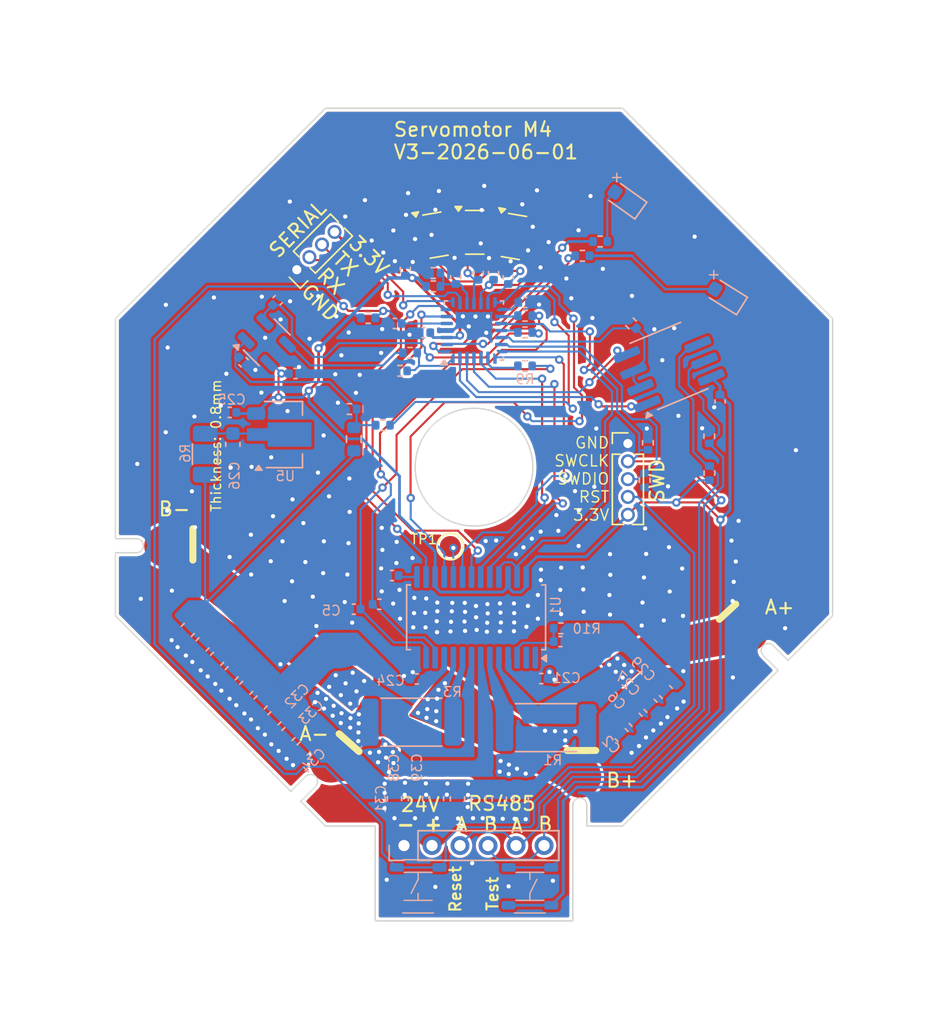
<source format=kicad_pcb>
(kicad_pcb (version 20240108) (generator "pcbnew") (generator_version "8.0")
  (title_block (title "Servomotor M4") (date "2024-09-09") (rev "V3"))
  (layers (0 "F.Cu" signal) (31 "B.Cu" signal) (34 "B.Paste" user) (35 "F.Paste" user) (36 "B.SilkS" user "B.Silkscreen") (37 "F.SilkS" user "F.Silkscreen") (38 "B.Mask" user) (39 "F.Mask" user) (44 "Edge.Cuts" user))
  (net 0 "")
  (net 1 "GND")
  (net 2 "/index/schTop/RS485_B")
  (net 3 "+24V")
  (net 4 "/index/schTop/RS485_A")
  (net 5 "+3.3V")
  (net 6 "/index/schTop/HALL1")
  (net 7 "/index/schTop/HALL2")
  (net 8 "/index/schTop/HALL3")
  (net 9 "/index/schTop/TEMPERATURE")
  (net 10 "/index/schTop/UART2 RX")
  (net 11 "/index/schTop/UART2 TX")
  (net 12 "/index/schTop/SWCLK")
  (net 13 "/index/schTop/SWDIO")
  (net 14 "/index/schTop/LED_GREEN")
  (net 15 "/index/schTop/LED_RED")
  (net 16 "/index/schTop/RS485_EN")
  (net 17 "/index/schTop/RS485_D")
  (net 18 "/index/schTop/RS485_R")
  (net 19 "unconnected-(D1-A-Pad2)")
  (net 20 "unconnected-(D2-A-Pad2)")
  (net 21 "Net-(U3--)")
  (net 22 "Net-(R8-Pad2)")
  (net 23 "Net-(U3-+)")
  (net 24 "/index/schTop/BOUT1")
  (net 25 "/index/schTop/BOUT2")
  (net 26 "/index/schTop/AOUT2")
  (net 27 "/index/schTop/AOUT1")
  (net 30 "Net-(U1-AVREF)")
  (net 31 "Net-(U1-VCP)")
  (net 32 "Net-(U1-BVREF)")
  (net 33 "/index/schTop/MEASURE_24V")
  (net 34 "Net-(U1-ISENA)")
  (net 35 "Net-(U1-ISENB)")
  (net 36 "/index/schTop/OVERVOLTAGE")
  (net 37 "/index/schTop/BVREF_PWM2")
  (net 38 "/index/schTop/AVREF_PWM1")
  (net 39 "/index/schTop/OVERVOLTAGE_PWM4")
  (net 40 "/index/schTop/BIN1")
  (net 41 "/index/schTop/BIN2")
  (net 42 "/index/schTop/AI0_BI0")
  (net 43 "/index/schTop/~{nFAULT}")
  (net 44 "/index/schTop/AIN2")
  (net 45 "/index/schTop/~{nRESET}")
  (net 46 "/index/schTop/DECAY")
  (net 47 "/index/schTop/AIN1")
  (net 48 "/index/schTop/~{MCU_RESET}")
  (net 49 "unconnected-(U1-V3P3OUT-Pad15)")
  (net 50 "Net-(U5-VIN)")
  (footprint "servo_motor:Pad_3mm_TopOnly" (layer "F.Cu") (at 169.08 104.92)
    (property "Reference" "J8" (hide yes))
    (property "Value" "Conn_01x01_Socket" (hide yes))
  )
  (footprint "Package_TO_SOT_SMD:SOT-23" (layer "F.Cu") (at 149.6 76.5)
    (property "Reference" "U7" (hide yes))
    (property "Value" "AH49HSC")
  )
  (footprint "Package_TO_SOT_SMD:SOT-23" (layer "F.Cu") (at 146.8 76.7 9.6)
    (property "Reference" "U4" (hide yes))
    (property "Value" "AH49HSC")
  )
  (footprint "servo_motor:Pad_3mm_TopOnly" (layer "F.Cu") (at 157.13 115.33)
    (property "Reference" "J3" (hide yes))
    (property "Value" "Conn_01x01_Socket" (hide yes))
  )
  (footprint "Connector_PinHeader_1.27mm:PinHeader_1x05_P1.27mm_Vertical" (layer "F.Cu") (at 160.535 91.564999)
    (property "Reference" "J2" (hide yes))
    (property "Value" "01x05 male P=1.27mm")
  )
  (footprint "Connector_PinHeader_1.27mm:PinHeader_1x04_P1.27mm_Vertical" (layer "F.Cu") (at 136.901497 79.168503 135)
    (property "Reference" "J1" (hide yes))
    (property "Value" "01x04 male P=1.27mm")
  )
  (footprint "TestPoint:TestPoint_Pad_D1.5mm" (layer "F.Cu") (at 147.86 98.91)
    (property "Reference" "TP1")
    (property "Value" "TestPoint")
  )
  (footprint "servo_motor:Pad_3mm_TopOnly" (layer "F.Cu") (at 127.51 98.87)
    (property "Reference" "J6" (hide yes))
    (property "Value" "Conn_01x01_Socket" (hide yes))
  )
  (footprint "Package_TO_SOT_SMD:SOT-23" (layer "F.Cu") (at 152.4 76.8 -9.6)
    (property "Reference" "U6" (hide yes))
    (property "Value" "AH49HSC")
  )
  (footprint "servo_motor:Pad_3mm_TopOnly" (layer "F.Cu") (at 139.33 114.25)
    (property "Reference" "J7" (hide yes))
    (property "Value" "Conn_01x01_Socket" (hide yes))
  )
  (footprint "Package_DFN_QFN:QFN-28_4x4mm_P0.5mm" (layer "B.Cu") (at 149.545 83.505)
    (property "Reference" "U2" (hide yes))
    (property "Value" "STM32G031G8Ux")
  )
  (footprint "servo_motor:TS3735PA-250gf" (layer "B.Cu") (at 145.56 123.15 -90)
    (property "Reference" "SW2" (hide yes))
    (property "Value" "TS3735PA-250gf")
  )
  (footprint "Capacitor_SMD:C_0603_1608Metric" (layer "B.Cu") (at 134.32 110.03 -135)
    (property "Reference" "C7" (hide yes))
    (property "Value" "10uF")
  )
  (footprint "Capacitor_SMD:C_0603_1608Metric" (layer "B.Cu") (at 160.09 112.36 -45)
    (property "Reference" "C2")
    (property "Value" "10uF")
  )
  (footprint "Capacitor_SMD:C_0603_1608Metric" (layer "B.Cu") (at 161.085576 111.271558 -45)
    (property "Reference" "C6")
    (property "Value" "10uF")
  )
  (footprint "Capacitor_SMD:C_0603_1608Metric" (layer "B.Cu") (at 133.29 108.99 -135)
    (property "Reference" "C14" (hide yes))
    (property "Value" "10uF")
  )
  (footprint "Resistor_SMD:R_0402_1005Metric" (layer "B.Cu") (at 146.645 80.355 180)
    (property "Reference" "R29" (hide yes))
    (property "Value" "4.7k")
  )
  (footprint "Capacitor_SMD:C_0603_1608Metric" (layer "B.Cu") (at 151.35 116.93 -90)
    (property "Reference" "C16" (hide yes))
    (property "Value" "10uF")
  )
  (footprint "Resistor_SMD:R_0402_1005Metric" (layer "B.Cu") (at 161.965 91.505 -90)
    (property "Reference" "R4" (hide yes))
    (property "Value" "10k")
  )
  (footprint "Resistor_SMD:R_2512_6332Metric" (layer "B.Cu") (at 145.08 111.44)
    (property "Reference" "R3")
    (property "Value" "60m")
  )
  (footprint "Capacitor_SMD:C_0402_1005Metric" (layer "B.Cu") (at 154.35 108.33)
    (property "Reference" "C21")
    (property "Value" "100nF")
  )
  (footprint "Resistor_SMD:R_0402_1005Metric" (layer "B.Cu") (at 153.19 86.03)
    (property "Reference" "R9")
    (property "Value" "5.1k")
  )
  (footprint "Resistor_SMD:R_0402_1005Metric" (layer "B.Cu") (at 144.26 86.38)
    (property "Reference" "R23" (hide yes))
    (property "Value" "10k")
  )
  (footprint "Capacitor_SMD:C_0402_1005Metric" (layer "B.Cu") (at 142.79 103.03)
    (property "Reference" "C1" (hide yes))
    (property "Value" "10nF" (hide yes))
  )
  (footprint "Resistor_SMD:R_0402_1005Metric" (layer "B.Cu") (at 144.985 85.095 180)
    (property "Reference" "R8" (hide yes))
    (property "Value" "1.5k")
  )
  (footprint "Capacitor_SMD:C_0603_1608Metric" (layer "B.Cu") (at 163.25 109.29 -45)
    (property "Reference" "C29")
    (property "Value" "10uF")
  )
  (footprint "Resistor_SMD:R_0402_1005Metric" (layer "B.Cu") (at 157.285 78.175)
    (property "Reference" "R11" (hide yes))
    (property "Value" "470R")
  )
  (footprint "Capacitor_SMD:C_0402_1005Metric" (layer "B.Cu") (at 133.095 85.765 -45)
    (property "Reference" "C30" (hide yes))
    (property "Value" "100pF")
  )
  (footprint "Resistor_SMD:R_0402_1005Metric" (layer "B.Cu") (at 161.735 94.185 -90)
    (property "Reference" "R5" (hide yes))
    (property "Value" "10k")
  )
  (footprint "Capacitor_SMD:C_0402_1005Metric" (layer "B.Cu") (at 167.115 88.565 90)
    (property "Reference" "C35" (hide yes))
    (property "Value" "100nF" (hide yes))
  )
  (footprint "Capacitor_SMD:C_0402_1005Metric" (layer "B.Cu") (at 140.97 103.38 180)
    (property "Reference" "C5")
    (property "Value" "10nF")
  )
  (footprint "Resistor_SMD:R_1206_3216Metric" (layer "B.Cu") (at 130.353749 92.325 90)
    (property "Reference" "R6")
    (property "Value" "100")
  )
  (footprint "Capacitor_SMD:C_0402_1005Metric" (layer "B.Cu") (at 136.805 86.575)
    (property "Reference" "C22" (hide yes))
    (property "Value" "1uF")
  )
  (footprint "Package_TO_SOT_SMD:SOT-23-5" (layer "B.Cu") (at 134.755 84.355 -45)
    (property "Reference" "U3" (hide yes))
    (property "Value" "LM321")
  )
  (footprint "Capacitor_SMD:C_0603_1608Metric" (layer "B.Cu") (at 143.87 116.885 -90)
    (property "Reference" "C31")
    (property "Value" "10uF")
  )
  (footprint "Capacitor_SMD:C_0402_1005Metric" (layer "B.Cu") (at 145.47 108.36 180)
    (property "Reference" "C24")
    (property "Value" "100nF")
  )
  (footprint "LED_SMD:LED_0603_1608Metric" (layer "B.Cu") (at 167.42 80.97 148)
    (property "Reference" "D2" (hide yes))
    (property "Value" "MHT192UGCT")
  )
  (footprint "Resistor_SMD:R_0402_1005Metric" (layer "B.Cu") (at 155.75 104.75 180)
    (property "Reference" "R10")
    (property "Value" "1M")
  )
  (footprint "Resistor_SMD:R_0402_1005Metric" (layer "B.Cu") (at 166.345 91.045 -90)
    (property "Reference" "R2" (hide yes))
    (property "Value" "10k")
  )
  (footprint "Resistor_SMD:R_0402_1005Metric" (layer "B.Cu") (at 141.995 82.605 180)
    (property "Reference" "R15" (hide yes))
    (property "Value" "10k")
  )
  (footprint "Capacitor_SMD:C_0402_1005Metric" (layer "B.Cu") (at 135.535 81.345 45)
    (property "Reference" "C28" (hide yes))
    (property "Value" "100nF" (hide yes))
  )
  (footprint "Capacitor_SMD:C_0402_1005Metric" (layer "B.Cu") (at 148.245 79.705 90)
    (property "Reference" "C41" (hide yes))
    (property "Value" "100nF" (hide yes))
  )
  (footprint "Capacitor_SMD:C_0402_1005Metric" (layer "B.Cu") (at 132.10375 89.345 180)
    (property "Reference" "C25")
    (property "Value" "4.7uF")
  )
  (footprint "Package_SO:SOIC-8_3.9x4.9mm_P1.27mm" (layer "B.Cu") (at 163.475 86.035 22.5)
    (property "Reference" "U10" (hide yes))
    (property "Value" "SP3485EN")
  )
  (footprint "Connector_PinSocket_2.00mm:PinSocket_1x06_P2.00mm_Vertical" (layer "B.Cu") (at 144.55 120.24 -90)
    (property "Reference" "J4" (hide yes))
    (property "Value" "Conn_01x06_Socket")
  )
  (footprint "servo_motor:TS3735PA-250gf" (layer "B.Cu") (at 153.54 123.15 90)
    (property "Reference" "SW1" (hide yes))
    (property "Value" "TS3735PA-250gf")
  )
  (footprint "Resistor_SMD:R_0603_1608Metric" (layer "B.Cu") (at 140.97 91.25 90)
    (property "Reference" "R27" (hide yes))
    (property "Value" "18k")
  )
  (footprint "Capacitor_SMD:C_0603_1608Metric" (layer "B.Cu") (at 152.91 116.97 -90)
    (property "Reference" "C12" (hide yes))
    (property "Value" "10uF")
  )
  (footprint "Resistor_SMD:R_0402_1005Metric" (layer "B.Cu") (at 160.76 82.99 -45)
    (property "Reference" "R13" (hide yes))
    (property "Value" "10k")
  )
  (footprint "Resistor_SMD:R_0402_1005Metric" (layer "B.Cu") (at 143.045 90.255 180)
    (property "Reference" "R24" (hide yes))
    (property "Value" "10k")
  )
  (footprint "Capacitor_SMD:C_0402_1005Metric" (layer "B.Cu") (at 149.845 79.405 90)
    (property "Reference" "C17" (hide yes))
    (property "Value" "1nF")
  )
  (footprint "Capacitor_SMD:C_0402_1005Metric" (layer "B.Cu") (at 144.645 79.105 90)
    (property "Reference" "C9" (hide yes))
    (property "Value" "1uF")
  )
  (footprint "Resistor_SMD:R_2512_6332Metric" (layer "B.Cu") (at 154.69 111.83 180)
    (property "Reference" "R1")
    (property "Value" "60m")
  )
  (footprint "Resistor_SMD:R_0402_1005Metric" (layer "B.Cu") (at 158.555 77.155)
    (property "Reference" "R12" (hide yes))
    (property "Value" "1.5k")
  )
  (footprint "Capacitor_SMD:C_0603_1608Metric" (layer "B.Cu") (at 146.87 116.885 -90)
    (property "Reference" "C39")
    (property "Value" "10uF")
  )
  (footprint "Capacitor_SMD:C_0603_1608Metric" (layer "B.Cu") (at 135.301992 111.168008 -135)
    (property "Reference" "C32")
    (property "Value" "10uF")
  )
  (footprint "Capacitor_SMD:C_0603_1608Metric" (layer "B.Cu") (at 132.333751 91.624999 -90)
    (property "Reference" "C26")
    (property "Value" "10uF")
  )
  (footprint "Resistor_SMD:R_0402_1005Metric" (layer "B.Cu") (at 153.19 82.45)
    (property "Reference" "R22" (hide yes))
    (property "Value" "5.1k")
  )
  (footprint "Resistor_SMD:R_0402_1005Metric" (layer "B.Cu") (at 140.655 89.105 180)
    (property "Reference" "R26" (hide yes))
    (property "Value" "1.5k")
  )
  (footprint "Package_SO:HTSSOP-28-1EP_4.4x9.7mm_P0.65mm_EP2.75x6.2mm" (layer "B.Cu") (at 149.7 103.96 90)
    (property "Reference" "U1")
    (property "Value" "SS6951A")
  )
  (footprint "Capacitor_SMD:C_0603_1608Metric" (layer "B.Cu") (at 162.15 110.27 -45)
    (property "Reference" "C27")
    (property "Value" "10uF")
  )
  (footprint "Capacitor_SMD:C_0402_1005Metric" (layer "B.Cu") (at 153.195 81.505)
    (property "Reference" "C36" (hide yes))
    (property "Value" "100nF" (hide yes))
  )
  (footprint "Capacitor_SMD:C_0603_1608Metric" (layer "B.Cu") (at 131.21 106.92 -135)
    (property "Reference" "C15" (hide yes))
    (property "Value" "10uF")
  )
  (footprint "Resistor_SMD:R_0402_1005Metric" (layer "B.Cu") (at 146.645 79.405 180)
    (property "Reference" "TH1" (hide yes))
    (property "Value" "100k 1% NTC")
  )
  (footprint "Capacitor_SMD:C_0603_1608Metric" (layer "B.Cu") (at 148.37 116.9 -90)
    (property "Reference" "C8" (hide yes))
    (property "Value" "10uF")
  )
  (footprint "Capacitor_SMD:C_0402_1005Metric" (layer "B.Cu") (at 143.69 100.98 180)
    (property "Reference" "C4" (hide yes))
    (property "Value" "4.7uF")
  )
  (footprint "Capacitor_SMD:C_0603_1608Metric" (layer "B.Cu") (at 149.87 116.9 -90)
    (property "Reference" "C13" (hide yes))
    (property "Value" "10uF")
  )
  (footprint "Capacitor_SMD:C_0603_1608Metric" (layer "B.Cu") (at 137.381992 113.318008 -135)
    (property "Reference" "C34")
    (property "Value" "10uF")
  )
  (footprint "Capacitor_SMD:C_0402_1005Metric" (layer "B.Cu") (at 155.72 105.69 180)
    (property "Reference" "C3" (hide yes))
    (property "Value" "100nF" (hide yes))
  )
  (footprint "Capacitor_SMD:C_0402_1005Metric" (layer "B.Cu") (at 150.945 79.405 90)
    (property "Reference" "C20" (hide yes))
    (property "Value" "1nF" (hide yes))
  )
  (footprint "Capacitor_SMD:C_0402_1005Metric" (layer "B.Cu") (at 145.945 83.655 180)
    (property "Reference" "C37" (hide yes))
    (property "Value" "100nF" (hide yes))
  )
  (footprint "Capacitor_SMD:C_0603_1608Metric" (layer "B.Cu") (at 130.17 105.89 -135)
    (property "Reference" "C10" (hide yes))
    (property "Value" "10uF")
  )
  (footprint "Capacitor_SMD:C_0603_1608Metric" (layer "B.Cu") (at 136.301992 112.288008 -135)
    (property "Reference" "C33")
    (property "Value" "10uF")
  )
  (footprint "Capacitor_SMD:C_0603_1608Metric" (layer "B.Cu") (at 129.12 104.86 -135)
    (property "Reference" "C11" (hide yes))
    (property "Value" "10uF")
  )
  (footprint "LED_SMD:LED_0603_1608Metric" (layer "B.Cu") (at 160.25 74.09 144.5)
    (property "Reference" "D1" (hide yes))
    (property "Value" "KT-0603R")
  )
  (footprint "Capacitor_SMD:C_0402_1005Metric" (layer "B.Cu") (at 151.995 79.705 90)
    (property "Reference" "C23" (hide yes))
    (property "Value" "1nF")
  )
  (footprint "Package_TO_SOT_SMD:SOT-89-3" (layer "B.Cu") (at 135.943749 90.924999)
    (property "Reference" "U5")
    (property "Value" "GM7333")
  )
  (footprint "Resistor_SMD:R_0402_1005Metric" (layer "B.Cu") (at 166.355 93.675 -90)
    (property "Reference" "R17" (hide yes))
    (property "Value" "10k")
  )
  (footprint "Capacitor_SMD:C_0603_1608Metric" (layer "B.Cu") (at 145.37 116.885 -90)
    (property "Reference" "C38")
    (property "Value" "10uF")
  )
  (footprint "Capacitor_SMD:C_0603_1608Metric" (layer "B.Cu") (at 132.25 107.95 -135)
    (property "Reference" "C19" (hide yes))
    (property "Value" "10uF")
  )
  (footprint "Resistor_SMD:R_0402_1005Metric" (layer "B.Cu") (at 153.19 83.64)
    (property "Reference" "R25" (hide yes))
    (property "Value" "10k")
  )
  (footprint "Capacitor_SMD:C_0402_1005Metric" (layer "B.Cu") (at 143.895 83.005 180)
    (property "Reference" "C18" (hide yes))
    (property "Value" "100nF" (hide yes))
  )
  (gr_line (start 167.065 104.1) (end 168.235 103.02) (stroke (width 0.5)) (layer "F.SilkS"))
  (gr_line (start 139.92 112.27) (end 141.34 113.53) (stroke (width 0.5)) (layer "F.SilkS"))
  (gr_line (start 156.2 113.46) (end 158.24 113.46) (stroke (width 0.5)) (layer "F.SilkS"))
  (gr_line (start 129.48 97.64) (end 129.48 99.88) (stroke (width 0.5)) (layer "F.SilkS"))
  (gr_line (start 123.95 82.646133) (end 138.946133 67.65) (stroke (width 0.1)) (layer "Edge.Cuts"))
  (gr_line (start 157.603867 117.35) (end 157.603867 118.85) (stroke (width 0.1)) (layer "Edge.Cuts"))
  (gr_line (start 123.95 98.353867) (end 123.95 82.646133) (stroke (width 0.1)) (layer "Edge.Cuts"))
  (gr_line (start 142.495 125.61631) (end 156.603867 125.61631) (stroke (width 0.1)) (layer "Edge.Cuts"))
  (gr_line (start 125.449989 99.353867) (end 123.95 99.353867) (stroke (width 0.1)) (layer "Edge.Cuts"))
  (gr_line (start 160.153867 118.85) (end 157.603867 118.85) (stroke (width 0.1)) (layer "Edge.Cuts"))
  (gr_arc (start 156.603867 117.350045) (mid 156.750312 116.996484) (end 157.103867 116.85) (stroke (width 0.1)) (layer "Edge.Cuts"))
  (gr_arc (start 125.449989 98.353867) (mid 125.80357 98.500309) (end 125.95 98.853867) (stroke (width 0.1)) (layer "Edge.Cuts"))
  (gr_line (start 138.946133 118.85) (end 137.178366 117.082233) (stroke (width 0.1)) (layer "Edge.Cuts"))
  (gr_line (start 142.495 118.85) (end 138.946133 118.85) (stroke (width 0.1)) (layer "Edge.Cuts"))
  (gr_line (start 171.260913 107.742955) (end 160.153867 118.85) (stroke (width 0.1)) (layer "Edge.Cuts"))
  (gr_line (start 138.946133 67.65) (end 160.153867 67.65) (stroke (width 0.1)) (layer "Edge.Cuts"))
  (gr_arc (start 137.531918 115.314467) (mid 137.885477 115.168015) (end 138.239026 115.314466) (stroke (width 0.1)) (layer "Edge.Cuts"))
  (gr_arc (start 170.200252 105.975188) (mid 170.553799 105.828754) (end 170.907357 105.975186) (stroke (width 0.1)) (layer "Edge.Cuts"))
  (gr_arc (start 125.95 98.853867) (mid 125.803542 99.207414) (end 125.449989 99.353856) (stroke (width 0.1)) (layer "Edge.Cuts"))
  (gr_line (start 142.495 118.85) (end 142.495 125.61631) (stroke (width 0.1)) (layer "Edge.Cuts"))
  (gr_line (start 175.15 82.646133) (end 175.15 103.853867) (stroke (width 0.1)) (layer "Edge.Cuts"))
  (gr_line (start 156.603867 119.794345) (end 156.603867 125.61631) (stroke (width 0.1)) (layer "Edge.Cuts"))
  (gr_line (start 136.471259 116.375126) (end 123.95 103.853867) (stroke (width 0.1)) (layer "Edge.Cuts"))
  (gr_line (start 170.907357 105.975186) (end 171.968019 107.035848) (stroke (width 0.1)) (layer "Edge.Cuts"))
  (gr_line (start 171.260913 107.742955) (end 170.200246 106.682288) (stroke (width 0.1)) (layer "Edge.Cuts"))
  (gr_line (start 175.15 103.853867) (end 171.968019 107.035848) (stroke (width 0.1)) (layer "Edge.Cuts"))
  (gr_circle (center 149.55 93.25) (end 153.75 93.25) (stroke (width 0.1)) (fill none) (layer "Edge.Cuts"))
  (gr_arc (start 170.200246 106.682288) (mid 170.053804 106.328738) (end 170.200252 105.975188) (stroke (width 0.1)) (layer "Edge.Cuts"))
  (gr_arc (start 138.239026 115.314466) (mid 138.385486 115.664953) (end 138.243373 116.017226) (stroke (width 0.1)) (layer "Edge.Cuts"))
  (gr_line (start 125.449989 98.353867) (end 123.95 98.353867) (stroke (width 0.1)) (layer "Edge.Cuts"))
  (gr_arc (start 157.105 116.85) (mid 157.458562 116.996448) (end 157.605 117.35) (stroke (width 0.1)) (layer "Edge.Cuts"))
  (gr_line (start 123.95 103.853867) (end 123.95 99.353867) (stroke (width 0.1)) (layer "Edge.Cuts"))
  (gr_line (start 160.153867 67.65) (end 175.15 82.646133) (stroke (width 0.1)) (layer "Edge.Cuts"))
  (gr_line (start 156.603867 119.794345) (end 156.603867 117.350045) (stroke (width 0.1)) (layer "Edge.Cuts"))
  (gr_line (start 137.178366 117.082233) (end 138.243373 116.017226) (stroke (width 0.1)) (layer "Edge.Cuts"))
  (gr_line (start 137.531918 115.314467) (end 136.471259 116.375126) (stroke (width 0.1)) (layer "Edge.Cuts"))
  (gr_text "+" (at 166.11 79.94 0) (layer "B.SilkS") (effects (font (size 0.8 0.8) (thickness 0.1)) (justify left bottom)))
  (gr_text "+" (at 159.18 73 0) (layer "B.SilkS") (effects (font (size 0.8 0.8) (thickness 0.1)) (justify left bottom)))
  (gr_text "+" (at 145.9 119.31 0) (layer "F.SilkS") (effects (font (size 1 1) (thickness 0.2)) (justify left bottom)))
  (gr_text "Reset" (at 148.69 125.09 90) (layer "F.SilkS") (effects (font (size 0.8 0.8)) (justify left bottom)))
  (gr_text "3.3V\nTX\nRX\nGND" (at 137 80.78 -45) (layer "F.SilkS") (effects (font (size 1 1)) (justify left bottom)))
  (gr_text "B" (at 150.14 119.33 0) (layer "F.SilkS") (effects (font (size 1 1)) (justify left bottom)))
  (gr_text "Servomotor M4\n${REVISION}-${CURRENT_DATE}" (at 143.73 71.36 0) (layer "F.SilkS") (effects (font (size 1 1)) (justify left bottom)))
  (gr_text "RS485" (at 149.03 117.83 0) (layer "F.SilkS") (effects (font (size 1 1)) (justify left bottom)))
  (gr_text "SWD" (at 163.2 95.86 90) (layer "F.SilkS") (effects (font (size 1 1)) (justify left bottom)))
  (gr_text "-" (at 143.92 119.31 0) (layer "F.SilkS") (effects (font (size 1 1) (thickness 0.2)) (justify left bottom)))
  (gr_text "B" (at 154.04 119.31 0) (layer "F.SilkS") (effects (font (size 1 1)) (justify left bottom)))
  (gr_text "Thickness: 0.8mm" (at 131.55 96.5 90) (layer "F.SilkS") (effects (font (size 0.7 0.7) (thickness 0.1)) (justify left bottom)))
  (gr_text "Test" (at 151.34 124.98 90) (layer "F.SilkS") (effects (font (size 0.8 0.8)) (justify left bottom)))
  (gr_text "A-" (at 136.99 112.85 0) (layer "F.SilkS") (effects (font (size 1 1)) (justify left bottom)))
  (gr_text "GND\nSWCLK\nSWDIO\nRST\n3.3V" (at 159.27 97.13 0) (layer "F.SilkS") (effects (font (size 0.8 0.8) (thickness 0.1)) (justify right bottom)))
  (gr_text "24V" (at 144.24 117.91 0) (layer "F.SilkS") (effects (font (size 1 1)) (justify left bottom)))
  (gr_text "B-" (at 126.95 96.82 0) (layer "F.SilkS") (effects (font (size 1 1)) (justify left bottom)))
  (gr_text "SERIAL" (at 135.54 78.53 45) (layer "F.SilkS") (effects (font (size 1 1)) (justify left bottom)))
  (gr_text "A" (at 148.14 119.33 0) (layer "F.SilkS") (effects (font (size 1 1)) (justify left bottom)))
  (gr_text "B+" (at 158.9 116.17 0) (layer "F.SilkS") (effects (font (size 1 1)) (justify left bottom)))
  (gr_text "A+" (at 170.22 103.82 0) (layer "F.SilkS") (effects (font (size 1 1)) (justify left bottom)))
  (gr_text "A" (at 152.09 119.41 0) (layer "F.SilkS") (effects (font (size 1 1)) (justify left bottom)))
  (segment (start 151.8 76.8) (end 153.168025 76.8) (width 0.2) (layer "F.Cu") (net 1))
  (segment (start 151.5 76.5) (end 151.8 76.8) (width 0.2) (layer "F.Cu") (net 1))
  (segment (start 148.3 76.5) (end 151.5 76.5) (width 0.2) (layer "F.Cu") (net 1))
  (via (at 154.045 73.505) (size 0.6) (drill 0.3) (layers "F.Cu" "B.Cu") (net 1))
  (via (at 155.33 112.08) (size 0.6) (drill 0.3) (layers "F.Cu" "B.Cu") (net 1))
  (via (at 163.1 104.18) (size 0.6) (drill 0.3) (layers "F.Cu" "B.Cu") (net 1))
  (via (at 153.29 104.64) (size 0.6) (drill 0.3) (layers "F.Cu" "B.Cu") (net 1))
  (via (at 152.42 104.33) (size 0.6) (drill 0.3) (layers "F.Cu" "B.Cu") (net 1))
  (via (at 134.62 112.33) (size 0.6) (drill 0.3) (layers "F.Cu" "B.Cu") (net 1))
  (via (at 128.39 106.09) (size 0.6) (drill 0.3) (layers "F.Cu" "B.Cu") (net 1))
  (via (at 125.76 102.64) (size 0.6) (drill 0.3) (layers "F.Cu" "B.Cu") (net 1))
  (via (at 153.41 77.79) (size 0.6) (drill 0.3) (layers "F.Cu" "B.Cu") (net 1))
  (via (at 165.3 76.81) (size 0.6) (drill 0.3) (layers "F.Cu" "B.Cu") (net 1))
  (via (at 162.425 83.415) (size 0.6) (drill 0.3) (layers "F.Cu" "B.Cu") (net 1))
  (via (at 150.425 83.665) (size 0.6) (drill 0.3) (layers "F.Cu" "B.Cu") (net 1))
  (via (at 153.4 103.15) (size 0.6) (drill 0.3) (layers "F.Cu" "B.Cu") (net 1))
  (via (at 131.87 86.59) (size 0.6) (drill 0.3) (layers "F.Cu" "B.Cu") (net 1))
  (via (at 145.16 99.73) (size 0.6) (drill 0.3) (layers "F.Cu" "B.Cu") (net 1))
  (via (at 150.49 104.35) (size 0.6) (drill 0.3) (layers "F.Cu" "B.Cu") (net 1))
  (via (at 134.12 111.87) (size 0.6) (drill 0.3) (layers "F.Cu" "B.Cu") (net 1))
  (via (at 143.9 78.56) (size 0.6) (drill 0.3) (layers "F.Cu" "B.Cu") (net 1))
  (via (at 141.29 112.79) (size 0.6) (drill 0.3) (layers "F.Cu" "B.Cu") (net 1))
  (via (at 147.87 104.97) (size 0.6) (drill 0.3) (layers "F.Cu" "B.Cu") (net 1))
  (via (at 125.51 93.02) (size 0.6) (drill 0.3) (layers "F.Cu" "B.Cu") (net 1))
  (via (at 150.17 118.29) (size 0.6) (drill 0.3) (layers "F.Cu" "B.Cu") (net 1))
  (via (at 142.92 85.1) (size 0.6) (drill 0.3) (layers "F.Cu" "B.Cu") (net 1))
  (via (at 133.67 93.23) (size 0.6) (drill 0.3) (layers "F.Cu" "B.Cu") (net 1))
  (via (at 157.38 103.56) (size 0.6) (drill 0.3) (layers "F.Cu" "B.Cu") (net 1))
  (via (at 136.63 114.5) (size 0.6) (drill 0.3) (layers "F.Cu" "B.Cu") (net 1))
  (via (at 135.07 92.55) (size 0.6) (drill 0.3) (layers "F.Cu" "B.Cu") (net 1))
  (via (at 156.08 112.1) (size 0.6) (drill 0.3) (layers "F.Cu" "B.Cu") (net 1))
  (via (at 146.79 123.19) (size 0.6) (drill 0.3) (layers "F.Cu" "B.Cu") (net 1))
  (via (at 149.175 83.215) (size 0.6) (drill 0.3) (layers "F.Cu" "B.Cu") (net 1))
  (via (at 149.655 82.505) (size 0.6) (drill 0.3) (layers "F.Cu" "B.Cu") (net 1))
  (via (at 152.45 118.33) (size 0.6) (drill 0.3) (layers "F.Cu" "B.Cu") (net 1))
  (via (at 136.4 74.31) (size 0.6) (drill 0.3) (layers "F.Cu" "B.Cu") (net 1))
  (via (at 143.076917 77.943083) (size 0.6) (drill 0.3) (layers "F.Cu" "B.Cu") (net 1))
  (via (at 131.47 88.86) (size 0.6) (drill 0.3) (layers "F.Cu" "B.Cu") (net 1))
  (via (at 150.28 73.19) (size 0.6) (drill 0.3) (layers "F.Cu" "B.Cu") (net 1))
  (via (at 138.99 109.78) (size 0.6) (drill 0.3) (layers "F.Cu" "B.Cu") (net 1))
  (via (at 133.16 110.82) (size 0.6) (drill 0.3) (layers "F.Cu" "B.Cu") (net 1))
  (via (at 144.55 108.14) (size 0.6) (drill 0.3) (layers "F.Cu" "B.Cu") (net 1))
  (via (at 137.055 86.105) (size 0.6) (drill 0.3) (layers "F.Cu" "B.Cu") (net 1))
  (via (at 145.34 76.98) (size 0.6) (drill 0.3) (layers "F.Cu" "B.Cu") (net 1))
  (via (at 162.35 112.03) (size 0.6) (drill 0.3) (layers "F.Cu" "B.Cu") (net 1))
  (via (at 151.6 118.33) (size 0.6) (drill 0.3) (layers "F.Cu" "B.Cu") (net 1))
  (via (at 138.2 110.01) (size 0.6) (drill 0.3) (layers "F.Cu" "B.Cu") (net 1))
  (via (at 151.47 104.33) (size 0.6) (drill 0.3) (layers "F.Cu" "B.Cu") (net 1))
  (via (at 139.645 86.625) (size 0.6) (drill 0.3) (layers "F.Cu" "B.Cu") (net 1))
  (via (at 128.98 106.69) (size 0.6) (drill 0.3) (layers "F.Cu" "B.Cu") (net 1))
  (via (at 163.845 83.335) (size 0.6) (drill 0.3) (layers "F.Cu" "B.Cu") (net 1))
  (via (at 152.02 123.15) (size 0.6) (drill 0.3) (layers "F.Cu" "B.Cu") (net 1))
  (via (at 140.85 104.34) (size 0.6) (drill 0.3) (layers "F.Cu" "B.Cu") (net 1))
  (via (at 149.69 103.15) (size 0.6) (drill 0.3) (layers "F.Cu" "B.Cu") (net 1))
  (via (at 142.96 102.11) (size 0.6) (drill 0.3) (layers "F.Cu" "B.Cu") (net 1))
  (via (at 150.91 118.31) (size 0.6) (drill 0.3) (layers "F.Cu" "B.Cu") (net 1))
  (via (at 148.89 102.93) (size 0.6) (drill 0.3) (layers "F.Cu" "B.Cu") (net 1))
  (via (at 143.007605 99.153209) (size 0.6) (drill 0.3) (layers "F.Cu" "B.Cu") (net 1))
  (via (at 148.755 82.495) (size 0.6) (drill 0.3) (layers "F.Cu" "B.Cu") (net 1))
  (via (at 153.68 98.35) (size 0.6) (drill 0.3) (layers "F.Cu" "B.Cu") (net 1))
  (via (at 157.35 101.97) (size 0.6) (drill 0.3) (layers "F.Cu" "B.Cu") (net 1))
  (via (at 154.32 101.31) (size 0.6) (drill 0.3) (layers "F.Cu" "B.Cu") (net 1))
  (via (at 142.92 100.47) (size 0.6) (drill 0.3) (layers "F.Cu" "B.Cu") (net 1))
  (via (at 158.745 79.105) (size 0.6) (drill 0.3) (layers "F.Cu" "B.Cu") (net 1))
  (via (at 138.81 90.99) (size 0.6) (drill 0.3) (layers "F.Cu" "B.Cu") (net 1))
  (via (at 130.98 81.15) (size 0.6) (drill 0.3) (layers "F.Cu" "B.Cu") (net 1))
  (via (at 127.64 96.36) (size 0.6) (drill 0.3) (layers "F.Cu" "B.Cu") (net 1))
  (via (at 157.865 73.915) (size 0.6) (drill 0.3) (layers "F.Cu" "B.Cu") (net 1))
  (via (at 161.58 102.91) (size 0.6) (drill 0.3) (layers "F.Cu" "B.Cu") (net 1))
  (via (at 131.08 108.71) (size 0.6) (drill 0.3) (layers "F.Cu" "B.Cu") (net 1))
  (via (at 140.71 111.83) (size 0.6) (drill 0.3) (layers "F.Cu" "B.Cu") (net 1))
  (via (at 156.06 112.74) (size 0.6) (drill 0.3) (layers "F.Cu" "B.Cu") (net 1))
  (via (at 150.545 82.505) (size 0.6) (drill 0.3) (layers "F.Cu" "B.Cu") (net 1))
  (via (at 127.96 105.59) (size 0.6) (drill 0.3) (layers "F.Cu" "B.Cu") (net 1))
  (via (at 159.26 103.77) (size 0.6) (drill 0.3) (layers "F.Cu" "B.Cu") (net 1))
  (via (at 142.995 83.405) (size 0.6) (drill 0.3) (layers "F.Cu" "B.Cu") (net 1))
  (via (at 143.87 118.29) (size 0.6) (drill 0.3) (layers "F.Cu" "B.Cu") (net 1))
  (via (at 144.945 83.805) (size 0.6) (drill 0.3) (layers "F.Cu" "B.Cu") (net 1))
  (via (at 135.08 113.02) (size 0.6) (drill 0.3) (layers "F.Cu" "B.Cu") (net 1))
  (via (at 151.4 102.97) (size 0.6) (drill 0.3) (layers "F.Cu" "B.Cu") (net 1))
  (via (at 130.04 107.74) (size 0.6) (drill 0.3) (layers "F.Cu" "B.Cu") (net 1))
  (via (at 144.23 102) (size 0.6) (drill 0.3) (layers "F.Cu" "B.Cu") (net 1))
  (via (at 145.27 103.66) (size 0.6) (drill 0.3) (layers "F.Cu" "B.Cu") (net 1))
  (via (at 136.17 114.05) (size 0.6) (drill 0.3) (layers "F.Cu" "B.Cu") (net 1))
  (via (at 146.93 102.91) (size 0.6) (drill 0.3) (layers "F.Cu" "B.Cu") (net 1))
  (via (at 132.1 109.77) (size 0.6) (drill 0.3) (layers "F.Cu" "B.Cu") (net 1))
  (via (at 133.63 111.25) (size 0.6) (drill 0.3) (layers "F.Cu" "B.Cu") (net 1))
  (via (at 142.96 97.58) (size 0.6) (drill 0.3) (layers "F.Cu" "B.Cu") (net 1))
  (via (at 151.38 114.97) (size 0.6) (drill 0.3) (layers "F.Cu" "B.Cu") (net 1))
  (via (at 161.68 101.12) (size 0.6) (drill 0.3) (layers "F.Cu" "B.Cu") (net 1))
  (via (at 157.02 98.87) (size 0.6) (drill 0.3) (layers "F.Cu" "B.Cu") (net 1))
  (via (at 149.42 121.5) (size 0.6) (drill 0.3) (layers "F.Cu" "B.Cu") (net 1))
  (via (at 157.31 100.4) (size 0.6) (drill 0.3) (layers "F.Cu" "B.Cu") (net 1))
  (via (at 161.33 113.14) (size 0.6) (drill 0.3) (layers "F.Cu" "B.Cu") (net 1))
  (via (at 148.91 104.93) (size 0.6) (drill 0.3) (layers "F.Cu" "B.Cu") (net 1))
  (via (at 155.43 96.67) (size 0.6) (drill 0.3) (layers "F.Cu" "B.Cu") (net 1))
  (via (at 145.29 102.57) (size 0.6) (drill 0.3) (layers "F.Cu" "B.Cu") (net 1))
  (via (at 156.495 81.205) (size 0.6) (drill 0.3) (layers "F.Cu" "B.Cu") (net 1))
  (via (at 144.845 73.705) (size 0.6) (drill 0.3) (layers "F.Cu" "B.Cu") (net 1))
  (via (at 154.11 104.06) (size 0.6) (drill 0.3) (layers "F.Cu" "B.Cu") (net 1))
  (via (at 142.245 77.085) (size 0.6) (drill 0.3) (layers "F.Cu" "B.Cu") (net 1))
  (via (at 130.54 108.18) (size 0.6) (drill 0.3) (layers "F.Cu" "B.Cu") (net 1))
  (via (at 134.4 81.09) (size 0.6) (drill 0.3) (layers "F.Cu" "B.Cu") (net 1))
  (via (at 158.281 90.495) (size 0.6) (drill 0.3) (layers "F.Cu" "B.Cu") (net 1))
  (via (at 167.93 98.49) (size 0.6) (drill 0.3) (layers "F.Cu" "B.Cu") (net 1))
  (via (at 134.37 87.93) (size 0.6) (drill 0.3) (layers "F.Cu" "B.Cu") (net 1))
  (via (at 163.4 94.62) (size 0.6) (drill 0.3) (layers "F.Cu" "B.Cu") (net 1))
  (via (at 144.27 104.06) (size 0.6) (drill 0.3) (layers "F.Cu" "B.Cu") (net 1))
  (via (at 146.09 104.68) (size 0.6) (drill 0.3) (layers "F.Cu" "B.Cu") (net 1))
  (via (at 145.175 78.615) (size 0.6) (drill 0.3) (layers "F.Cu" "B.Cu") (net 1))
  (via (at 131.51 109.19) (size 0.6) (drill 0.3) (layers "F.Cu" "B.Cu") (net 1))
  (via (at 140.605 83.645) (size 0.6) (drill 0.3) (layers "F.Cu" "B.Cu") (net 1))
  (via (at 159.26 99.46) (size 0.6) (drill 0.3) (layers "F.Cu" "B.Cu") (net 1))
  (via (at 145.18 107.87) (size 0.6) (drill 0.3) (layers "F.Cu" "B.Cu") (net 1))
  (via (at 145.34 118.29) (size 0.6) (drill 0.3) (layers "F.Cu" "B.Cu") (net 1))
  (via (at 135.6 113.49) (size 0.6) (drill 0.3) (layers "F.Cu" "B.Cu") (net 1))
  (via (at 146.91 105.02) (size 0.6) (drill 0.3) (layers "F.Cu" "B.Cu") (net 1))
  (via (at 141.3 112.17) (size 0.6) (drill 0.3) (layers "F.Cu" "B.Cu") (net 1))
  (via (at 158 82.61) (size 0.6) (drill 0.3) (layers "F.Cu" "B.Cu") (net 1))
  (via (at 161.84 99.44) (size 0.6) (drill 0.3) (layers "F.Cu" "B.Cu") (net 1))
  (via (at 138.38 109.35) (size 0.6) (drill 0.3) (layers "F.Cu" "B.Cu") (net 1))
  (via (at 140.67 96.44) (size 0.6) (drill 0.3) (layers "F.Cu" "B.Cu") (net 1))
  (via (at 149.74 104.86) (size 0.6) (drill 0.3) (layers "F.Cu" "B.Cu") (net 1))
  (via (at 140.32 102.87) (size 0.6) (drill 0.3) (layers "F.Cu" "B.Cu") (net 1))
  (via (at 133.944771 86.314771) (size 0.6) (drill 0.3) (layers "F.Cu" "B.Cu") (net 1))
  (via (at 136.59 95.55) (size 0.6) (drill 0.3) (layers "F.Cu" "B.Cu") (net 1))
  (via (at 140.59 98.67) (size 0.6) (drill 0.3) (layers "F.Cu" "B.Cu") (net 1))
  (via (at 132.58 110.23) (size 0.6) (drill 0.3) (layers "F.Cu" "B.Cu") (net 1))
  (via (at 141.39 86.67) (size 0.6) (drill 0.3) (layers "F.Cu" "B.Cu") (net 1))
  (via (at 144.01 100.09) (size 0.6) (drill 0.3) (layers "F.Cu" "B.Cu") (net 1))
  (via (at 161.52 104.55) (size 0.6) (drill 0.3) (layers "F.Cu" "B.Cu") (net 1))
  (via (at 164.41 100.48) (size 0.6) (drill 0.3) (layers "F.Cu" "B.Cu") (net 1))
  (via (at 136.42 81.42) (size 0.6) (drill 0.3) (layers "F.Cu" "B.Cu") (net 1))
  (via (at 143.79 76.37) (size 0.6) (drill 0.3) (layers "F.Cu" "B.Cu") (net 1))
  (via (at 168.09 101.43) (size 0.6) (drill 0.3) (layers "F.Cu" "B.Cu") (net 1))
  (via (at 171.76 104.74) (size 0.6) (drill 0.3) (layers "F.Cu" "B.Cu") (net 1))
  (via (at 151.4 104.97) (size 0.6) (drill 0.3) (layers "F.Cu" "B.Cu") (net 1))
  (via (at 168.44 97.08) (size 0.6) (drill 0.3) (layers "F.Cu" "B.Cu") (net 1))
  (via (at 161.885 90.495) (size 0.6) (drill 0.3) (layers "F.Cu" "B.Cu") (net 1))
  (via (at 140.09 110.8) (size 0.6) (drill 0.3) (layers "F.Cu" "B.Cu") (net 1))
  (via (at 163.52 102.12) (size 0.6) (drill 0.3) (layers "F.Cu" "B.Cu") (net 1))
  (via (at 148.16 78.32) (size 0.6) (drill 0.3) (layers "F.Cu" "B.Cu") (net 1))
  (via (at 154.295 79.005) (size 0.6) (drill 0.3) (layers "F.Cu" "B.Cu") (net 1))
  (via (at 127.55 81.67) (size 0.6) (drill 0.3) (layers "F.Cu" "B.Cu") (net 1))
  (via (at 155.77 103.73) (size 0.6) (drill 0.3) (layers "F.Cu" "B.Cu") (net 1))
  (via (at 139.46 110.98) (size 0.6) (drill 0.3) (layers "F.Cu" "B.Cu") (net 1))
  (via (at 138.84 110.47) (size 0.6) (drill 0.3) (layers "F.Cu" "B.Cu") (net 1))
  (via (at 154.33 100.56) (size 0.6) (drill 0.3) (layers "F.Cu" "B.Cu") (net 1))
  (via (at 127.68 84.72) (size 0.6) (drill 0.3) (layers "F.Cu" "B.Cu") (net 1))
  (via (at 155.77 100.42) (size 0.6) (drill 0.3) (layers "F.Cu" "B.Cu") (net 1))
  (via (at 127.54 90.76) (size 0.6) (drill 0.3) (layers "F.Cu" "B.Cu") (net 1))
  (via (at 152.04 114.47) (size 0.6) (drill 0.3) (layers "F.Cu" "B.Cu") (net 1))
  (via (at 137.81 84.09) (size 0.6) (drill 0.3) (layers "F.Cu" "B.Cu") (net 1))
  (via (at 154.88 77.2) (size 0.6) (drill 0.3) (layers "F.Cu" "B.Cu") (net 1))
  (via (at 132.1 99.66) (size 0.6) (drill 0.3) (layers "F.Cu" "B.Cu") (net 1))
  (via (at 165.835 90.475) (size 0.6) (drill 0.3) (layers "F.Cu" "B.Cu") (net 1))
  (via (at 152.4 104.95) (size 0.6) (drill 0.3) (layers "F.Cu" "B.Cu") (net 1))
  (via (at 129.44 107.14) (size 0.6) (drill 0.3) (layers "F.Cu" "B.Cu") (net 1))
  (via (at 129.63 97.54) (size 0.6) (drill 0.3) (layers "F.Cu" "B.Cu") (net 1))
  (via (at 164.51 109.97) (size 0.6) (drill 0.3) (layers "F.Cu" "B.Cu") (net 1))
  (via (at 149.1 117.49) (size 0.6) (drill 0.3) (layers "F.Cu" "B.Cu") (net 1))
  (via (at 164.47 103.86) (size 0.6) (drill 0.3) (layers "F.Cu" "B.Cu") (net 1))
  (via (at 141.12 87.95) (size 0.6) (drill 0.3) (layers "F.Cu" "B.Cu") (net 1))
  (via (at 140.51 100.91) (size 0.6) (drill 0.3) (layers "F.Cu" "B.Cu") (net 1))
  (via (at 143.78 102.98) (size 0.6) (drill 0.3) (layers "F.Cu" "B.Cu") (net 1))
  (via (at 146.89 118.29) (size 0.6) (drill 0.3) (layers "F.Cu" "B.Cu") (net 1))
  (via (at 168.01 102.8) (size 0.6) (drill 0.3) (layers "F.Cu" "B.Cu") (net 1))
  (via (at 140.04 111.5) (size 0.6) (drill 0.3) (layers "F.Cu" "B.Cu") (net 1))
  (via (at 147.91 104.28) (size 0.6) (drill 0.3) (layers "F.Cu" "B.Cu") (net 1))
  (via (at 148 102.93) (size 0.6) (drill 0.3) (layers "F.Cu" "B.Cu") (net 1))
  (via (at 159.22 102.37) (size 0.6) (drill 0.3) (layers "F.Cu" "B.Cu") (net 1))
  (via (at 148.87 104.26) (size 0.6) (drill 0.3) (layers "F.Cu" "B.Cu") (net 1))
  (via (at 149.48 118.29) (size 0.6) (drill 0.3) (layers "F.Cu" "B.Cu") (net 1))
  (via (at 137.51 100.02) (size 0.6) (drill 0.3) (layers "F.Cu" "B.Cu") (net 1))
  (via (at 155.71 102) (size 0.6) (drill 0.3) (layers "F.Cu" "B.Cu") (net 1))
  (via (at 135.74 82.72) (size 0.6) (drill 0.3) (layers "F.Cu" "B.Cu") (net 1))
  (via (at 150.1 74.91) (size 0.6) (drill 0.3) (layers "F.Cu" "B.Cu") (net 1))
  (via (at 155.29 108.41) (size 0.6) (drill 0.3) (layers "F.Cu" "B.Cu") (net 1))
  (via (at 147.045 73.555) (size 0.6) (drill 0.3) (layers "F.Cu" "B.Cu") (net 1))
  (via (at 140.73 111.15) (size 0.6) (drill 0.3) (layers "F.Cu" "B.Cu") (net 1))
  (via (at 150.62 78.34) (size 0.6) (drill 0.3) (layers "F.Cu" "B.Cu") (net 1))
  (via (at 160.825 81.035) (size 0.6) (drill 0.3) (layers "F.Cu" "B.Cu") (net 1))
  (via (at 141.765 74.205) (size 0.6) (drill 0.3) (layers "F.Cu" "B.Cu") (net 1))
  (via (at 154.62 112.05) (size 0.6) (drill 0.3) (layers "F.Cu" "B.Cu") (net 1))
  (via (at 141.33 110.88) (size 0.6) (drill 0.3) (layers "F.Cu" "B.Cu") (net 1))
  (via (at 140.355 75.375) (size 0.6) (drill 0.3) (layers "F.Cu" "B.Cu") (net 1))
  (via (at 148.91 103.57) (size 0.6) (drill 0.3) (layers "F.Cu" "B.Cu") (net 1))
  (via (at 146.89 104.24) (size 0.6) (drill 0.3) (layers "F.Cu" "B.Cu") (net 1))
  (via (at 152.995 74.505) (size 0.6) (drill 0.3) (layers "F.Cu" "B.Cu") (net 1))
  (via (at 163.36 111.08) (size 0.6) (drill 0.3) (layers "F.Cu" "B.Cu") (net 1))
  (via (at 129.41 94.97) (size 0.6) (drill 0.3) (layers "F.Cu" "B.Cu") (net 1))
  (via (at 154.94 107.86) (size 0.6) (drill 0.3) (layers "F.Cu" "B.Cu") (net 1))
  (via (at 138.04 102.49) (size 0.6) (drill 0.3) (layers "F.Cu" "B.Cu") (net 1))
  (via (at 151.44 103.62) (size 0.6) (drill 0.3) (layers "F.Cu" "B.Cu") (net 1))
  (via (at 144.695 75.255) (size 0.6) (drill 0.3) (layers "F.Cu" "B.Cu") (net 1))
  (via (at 154.31 97.85) (size 0.6) (drill 0.3) (layers "F.Cu" "B.Cu") (net 1))
  (via (at 136.24 89.25) (size 0.6) (drill 0.3) (layers "F.Cu" "B.Cu") (net 1))
  (via (at 157.015 76.355) (size 0.6) (drill 0.3) (layers "F.Cu" "B.Cu") (net 1))
  (via (at 153.08 98.97) (size 0.6) (drill 0.3) (layers "F.Cu" "B.Cu") (net 1))
  (via (at 159.28 100.93) (size 0.6) (drill 0.3) (layers "F.Cu" "B.Cu") (net 1))
  (via (at 135.73 107.31) (size 0.6) (drill 0.3) (layers "F.Cu" "B.Cu") (net 1))
  (via (at 143.32 122.68) (size 0.6) (drill 0.3) (layers "F.Cu" "B.Cu") (net 1))
  (via (at 144.03 98.58) (size 0.6) (drill 0.3) (layers "F.Cu" "B.Cu") (net 1))
  (via (at 127.98 102.06) (size 0.6) (drill 0.3) (layers "F.Cu" "B.Cu") (net 1))
  (via (at 153.24 118.36) (size 0.6) (drill 0.3) (layers "F.Cu" "B.Cu") (net 1))
  (via (at 132.18 93.28) (size 0.6) (drill 0.3) (layers "F.Cu" "B.Cu") (net 1))
  (via (at 153.745 76.105) (size 0.6) (drill 0.3) (layers "F.Cu" "B.Cu") (net 1))
  (via (at 155.57 97.79) (size 0.6) (drill 0.3) (layers "F.Cu" "B.Cu") (net 1))
  (via (at 150.51 103.02) (size 0.6) (drill 0.3) (layers "F.Cu" "B.Cu") (net 1))
  (via (at 138.78 100.81) (size 0.6) (drill 0.3) (layers "F.Cu" "B.Cu") (net 1))
  (via (at 149.700002 103.96) (size 0.6) (drill 0.3) (layers "F.Cu" "B.Cu") (net 1))
  (via (at 151.13 98.48) (size 0.6) (drill 0.3) (layers "F.Cu" "B.Cu") (net 1))
  (via (at 160.8 113.62) (size 0.6) (drill 0.3) (layers "F.Cu" "B.Cu") (net 1))
  (via (at 166.695 88.975) (size 0.6) (drill 0.3) (layers "F.Cu" "B.Cu") (net 1))
  (via (at 150.38 98.52) (size 0.6) (drill 0.3) (layers "F.Cu" "B.Cu") (net 1))
  (via (at 163.47 98.96) (size 0.6) (drill 0.3) (layers "F.Cu" "B.Cu") (net 1))
  (via (at 152.62 114.76) (size 0.6) (drill 0.3) (layers "F.Cu" "B.Cu") (net 1))
  (via (at 136.03 102.8) (size 0.6) (drill 0.3) (layers "F.Cu" "B.Cu") (net 1))
  (via (at 146.93 103.53) (size 0.6) (drill 0.3) (layers "F.Cu" "B.Cu") (net 1))
  (via (at 135.88 98.54) (size 0.6) (drill 0.3) (layers "F.Cu" "B.Cu") (net 1))
  (via (at 152.42 103.66) (size 0.6) (drill 0.3) (layers "F.Cu" "B.Cu") (net 1))
  (via (at 168.03 108.25) (size 0.6) (drill 0.3) (layers "F.Cu" "B.Cu") (net 1))
  (via (at 153.24 115.11) (size 0.6) (drill 0.3) (layers "F.Cu" "B.Cu") (net 1))
  (via (at 154.11 102.37) (size 0.6) (drill 0.3) (layers "F.Cu" "B.Cu") (net 1))
  (via (at 158.14 94.65) (size 0.6) (drill 0.3) (layers "F.Cu" "B.Cu") (net 1))
  (via (at 148.41 118.31) (size 0.6) (drill 0.3) (layers "F.Cu" "B.Cu") (net 1))
  (via (at 136.56 101.39) (size 0.6) (drill 0.3) (layers "F.Cu" "B.Cu") (net 1))
  (via (at 135.2 96.75) (size 0.6) (drill 0.3) (layers "F.Cu" "B.Cu") (net 1))
  (via (at 138.43 81.06) (size 0.6) (drill 0.3) (layers "F.Cu" "B.Cu") (net 1))
  (via (at 146.07 103.64) (size 0.6) (drill 0.3) (layers "F.Cu" "B.Cu") (net 1))
  (via (at 137.37 97.24) (size 0.6) (drill 0.3) (layers "F.Cu" "B.Cu") (net 1))
  (via (at 146.14 102.62) (size 0.6) (drill 0.3) (layers "F.Cu" "B.Cu") (net 1))
  (via (at 172.53 92.04) (size 0.6) (drill 0.3) (layers "F.Cu" "B.Cu") (net 1))
  (via (at 135.04 99.96) (size 0.6) (drill 0.3) (layers "F.Cu" "B.Cu") (net 1))
  (via (at 147.96 103.53) (size 0.6) (drill 0.3) (layers "F.Cu" "B.Cu") (net 1))
  (via (at 143.16 117.58) (size 0.6) (drill 0.3) (layers "F.Cu" "B.Cu") (net 1))
  (via (at 150.53 103.68) (size 0.6) (drill 0.3) (layers "F.Cu" "B.Cu") (net 1))
  (via (at 162.99 85.62) (size 0.6) (drill 0.3) (layers "F.Cu" "B.Cu") (net 1))
  (via (at 140.08 85.27) (size 0.6) (drill 0.3) (layers "F.Cu" "B.Cu") (net 1))
  (via (at 139.72 82.49) (size 0.6) (drill 0.3) (layers "F.Cu" "B.Cu") (net 1))
  (via (at 152.03 115.14) (size 0.6) (drill 0.3) (layers "F.Cu" "B.Cu") (net 1))
  (via (at 156.76 94.96) (size 0.6) (drill 0.3) (layers "F.Cu" "B.Cu") (net 1))
  (via (at 161.83 112.53) (size 0.6) (drill 0.3) (layers "F.Cu" "B.Cu") (net 1))
  (via (at 164.49 107.8) (size 0.6) (drill 0.3) (layers "F.Cu" "B.Cu") (net 1))
  (via (at 152.4 102.97) (size 0.6) (drill 0.3) (layers "F.Cu" "B.Cu") (net 1))
  (via (at 168.24 99.98) (size 0.6) (drill 0.3) (layers "F.Cu" "B.Cu") (net 1))
  (via (at 145.21 104.68) (size 0.6) (drill 0.3) (layers "F.Cu" "B.Cu") (net 1))
  (via (at 141.32 111.53) (size 0.6) (drill 0.3) (layers "F.Cu" "B.Cu") (net 1))
  (via (at 164.05 110.46) (size 0.6) (drill 0.3) (layers "F.Cu" "B.Cu") (net 1))
  (via (at 138.83 98.54) (size 0.6) (drill 0.3) (layers "F.Cu" "B.Cu") (net 1))
  (via (at 139.835 88.655) (size 0.6) (drill 0.3) (layers "F.Cu" "B.Cu") (net 1))
  (via (at 150.47 104.99) (size 0.6) (drill 0.3) (layers "F.Cu" "B.Cu") (net 1))
  (via (at 129.59 89.64) (size 0.6) (drill 0.3) (layers "F.Cu" "B.Cu") (net 1))
  (via (at 139.53 110.27) (size 0.6) (drill 0.3) (layers "F.Cu" "B.Cu") (net 1))
  (via (at 162.89 111.54) (size 0.6) (drill 0.3) (layers "F.Cu" "B.Cu") (net 1))
  (via (at 133.62 98.07) (size 0.6) (drill 0.3) (layers "F.Cu" "B.Cu") (net 1))
  (via (at 155.18 122.75) (size 0.6) (drill 0.3) (layers "F.Cu" "B.Cu") (net 1))
  (via (at 157.03 96.32) (size 0.6) (drill 0.3) (layers "F.Cu" "B.Cu") (net 1))
  (via (at 154.195 81.655) (size 0.6) (drill 0.3) (layers "F.Cu" "B.Cu") (net 1))
  (via (at 150.03 77.29) (size 0.6) (drill 0.3) (layers "F.Cu" "B.Cu") (net 1))
  (via (at 164.14 89.59) (size 0.6) (drill 0.3) (layers "F.Cu" "B.Cu") (net 1))
  (via (at 139.2 95.33) (size 0.6) (drill 0.3) (layers "F.Cu" "B.Cu") (net 1))
  (via (at 152.162638 78.567362) (size 0.6) (drill 0.3) (layers "F.Cu" "B.Cu") (net 1))
  (via (at 146.52 76.68) (size 0.6) (drill 0.3) (layers "F.Cu" "B.Cu") (net 1))
  (via (at 146.79 74.89) (size 0.6) (drill 0.3) (layers "F.Cu" "B.Cu") (net 1))
  (via (at 134.64 84.02) (size 0.6) (drill 0.3) (layers "F.Cu" "B.Cu") (net 1))
  (via (at 156.78 112.1) (size 0.6) (drill 0.3) (layers "F.Cu" "B.Cu") (net 1))
  (via (at 156.145 79.795) (size 0.6) (drill 0.3) (layers "F.Cu" "B.Cu") (net 1))
  (via (at 140.65 94.06) (size 0.6) (drill 0.3) (layers "F.Cu" "B.Cu") (net 1))
  (via (at 133.64 100.91) (size 0.6) (drill 0.3) (layers "F.Cu" "B.Cu") (net 1))
  (via (at 161.77 97.62) (size 0.6) (drill 0.3) (layers "F.Cu" "B.Cu") (net 1))
  (via (at 138.41 93.64) (size 0.6) (drill 0.3) (layers "F.Cu" "B.Cu") (net 1))
  (via (at 151.45 114.21) (size 0.6) (drill 0.3) (layers "F.Cu" "B.Cu") (net 1))
  (via (at 152.54 99.46) (size 0.6) (drill 0.3) (layers "F.Cu" "B.Cu") (net 1))
  (via (at 138.3 104.58) (size 0.6) (drill 0.3) (layers "F.Cu" "B.Cu") (net 1))
  (segment (start 153.745 76.105) (end 153.695 76.055) (width 0.2) (layer "B.Cu") (net 1))
  (segment (start 164.865 87.395) (end 164.865 86.365) (width 0.15) (layer "B.Cu") (net 2))
  (segment (start 165.925 88.455) (end 164.865 87.395) (width 0.15) (layer "B.Cu") (net 2))
  (segment (start 167.335 94.615) (end 167.335 92.545) (width 0.15) (layer "B.Cu") (net 2))
  (segment (start 165.97 95.98) (end 167.335 94.615) (width 0.15) (layer "B.Cu") (net 2))
  (segment (start 153.57 121.22) (end 154.55 120.24) (width 0.15) (layer "B.Cu") (net 2))
  (segment (start 154.55 117.4) (end 156.6 115.35) (width 0.15) (layer "B.Cu") (net 2))
  (segment (start 167.035 90.865) (end 167.035 90.305) (width 0.15) (layer "B.Cu") (net 2))
  (segment (start 156.6 115.35) (end 161.16 115.35) (width 0.15) (layer "B.Cu") (net 2))
  (segment (start 154.55 120.24) (end 154.55 117.4) (width 0.15) (layer "B.Cu") (net 2))
  (segment (start 151.23 121.22) (end 153.57 121.22) (width 0.15) (layer "B.Cu") (net 2))
  (segment (start 161.16 115.35) (end 165.97 110.54) (width 0.15) (layer "B.Cu") (net 2))
  (segment (start 166.345 91.555) (end 167.035 90.865) (width 0.15) (layer "B.Cu") (net 2))
  (segment (start 165.97 110.54) (end 165.97 95.98) (width 0.15) (layer "B.Cu") (net 2))
  (segment (start 150.55 120.54) (end 151.23 121.22) (width 0.15) (layer "B.Cu") (net 2))
  (segment (start 167.335 92.545) (end 166.345 91.555) (width 0.15) (layer "B.Cu") (net 2))
  (segment (start 164.865 86.365) (end 165.245 85.985) (width 0.15) (layer "B.Cu") (net 2))
  (segment (start 165.925 89.195) (end 165.925 88.455) (width 0.15) (layer "B.Cu") (net 2))
  (segment (start 167.035 90.305) (end 165.925 89.195) (width 0.15) (layer "B.Cu") (net 2))
  (via (at 143.17 116.49) (size 0.6) (drill 0.3) (layers "F.Cu" "B.Cu") (net 3))
  (via (at 147.65 115.82) (size 0.6) (drill 0.3) (layers "F.Cu" "B.Cu") (net 3))
  (via (at 146.13 116.62) (size 0.6) (drill 0.3) (layers "F.Cu" "B.Cu") (net 3))
  (via (at 146.11 115.81) (size 0.6) (drill 0.3) (layers "F.Cu" "B.Cu") (net 3))
  (via (at 149.12 116.63) (size 0.6) (drill 0.3) (layers "F.Cu" "B.Cu") (net 3))
  (via (at 144.62 115.76) (size 0.6) (drill 0.3) (layers "F.Cu" "B.Cu") (net 3))
  (via (at 149.13 115.83) (size 0.6) (drill 0.3) (layers "F.Cu" "B.Cu") (net 3))
  (via (at 143.17 115.83) (size 0.6) (drill 0.3) (layers "F.Cu" "B.Cu") (net 3))
  (via (at 147.61 116.61) (size 0.6) (drill 0.3) (layers "F.Cu" "B.Cu") (net 3))
  (via (at 144.6 116.62) (size 0.6) (drill 0.3) (layers "F.Cu" "B.Cu") (net 3))
  (segment (start 130.353749 102.726251) (end 129.87 103.21) (width 0.15) (layer "B.Cu") (net 3))
  (segment (start 140.97 92.38) (end 140.97 92.075) (width 0.15) (layer "B.Cu") (net 3))
  (segment (start 130.31 103.04) (end 140.97 92.38) (width 0.15) (layer "B.Cu") (net 3))
  (segment (start 130.353749 93.7875) (end 130.353749 102.726251) (width 0.15) (layer "B.Cu") (net 3))
  (segment (start 156.2 105.69) (end 156.2 104.810001) (width 0.15) (layer "B.Cu") (net 3))
  (segment (start 156.2 104.810001) (end 156.260001 104.75) (width 0.15) (layer "B.Cu") (net 3))
  (segment (start 147.425 106.834999) (end 147.425 107.493103) (width 0.15) (layer "B.Cu") (net 3))
  (segment (start 149.47 119.29) (end 151.7 119.29) (width 0.15) (layer "B.Cu") (net 4))
  (segment (start 151.7 119.29) (end 152.55 120.14) (width 0.15) (layer "B.Cu") (net 4))
  (segment (start 161.014975 115) (end 165.62 110.394975) (width 0.15) (layer "B.Cu") (net 4))
  (segment (start 166.204999 93.164999) (end 165.205 92.165) (width 0.15) (layer "B.Cu") (net 4))
  (segment (start 152.84 120.24) (end 154.2 118.88) (width 0.15) (layer "B.Cu") (net 4))
  (segment (start 164.195 85.435) (end 164.865 84.765) (width 0.15) (layer "B.Cu") (net 4))
  (segment (start 154.2 118.88) (end 154.2 117.25) (width 0.15) (layer "B.Cu") (net 4))
  (segment (start 164.195 87.455) (end 164.195 85.435) (width 0.15) (layer "B.Cu") (net 4))
  (segment (start 165.62 110.394975) (end 165.62 95.83) (width 0.15) (layer "B.Cu") (net 4))
  (segment (start 148.55 120.21) (end 149.47 119.29) (width 0.15) (layer "B.Cu") (net 4))
  (segment (start 165.205 88.465) (end 164.195 87.455) (width 0.15) (layer "B.Cu") (net 4))
  (segment (start 165.62 95.83) (end 166.955 94.495) (width 0.15) (layer "B.Cu") (net 4))
  (segment (start 166.955 93.764999) (end 166.355 93.164999) (width 0.15) (layer "B.Cu") (net 4))
  (segment (start 152.55 120.24) (end 152.84 120.24) (width 0.15) (layer "B.Cu") (net 4))
  (segment (start 154.2 117.25) (end 156.45 115) (width 0.15) (layer "B.Cu") (net 4))
  (segment (start 156.45 115) (end 161.014975 115) (width 0.15) (layer "B.Cu") (net 4))
  (segment (start 166.955 94.495) (end 166.955 93.764999) (width 0.15) (layer "B.Cu") (net 4))
  (segment (start 165.205 92.165) (end 165.205 88.465) (width 0.15) (layer "B.Cu") (net 4))
  (segment (start 140.095573 76.974425) (end 141.259729 76.974425) (width 0.2) (layer "F.Cu") (net 5))
  (segment (start 145.165 79.755) (end 148.545 83.135) (width 0.2) (layer "F.Cu") (net 5))
  (segment (start 135.595 88.275) (end 135.595 86.785) (width 0.15) (layer "F.Cu") (net 5))
  (segment (start 165.905 95.765) (end 167.14 97) (width 0.15) (layer "F.Cu") (net 5))
  (segment (start 144.040304 79.755) (end 145.135 79.755) (width 0.2) (layer "F.Cu") (net 5))
  (segment (start 148.545 83.135) (end 148.545 83.855) (width 0.2) (layer "F.Cu") (net 5))
  (segment (start 138.455 87.107809) (end 138.455 84.775) (width 0.2) (layer "F.Cu") (net 5))
  (segment (start 144.575 76.755) (end 145.410353 75.919647) (width 0.2) (layer "F.Cu") (net 5))
  (segment (start 145.135 79.755) (end 144.575 79.195) (width 0.2) (layer "F.Cu") (net 5))
  (segment (start 145.410353 75.919647) (end 145.717198 75.919647) (width 0.2) (layer "F.Cu") (net 5))
  (segment (start 135.595 86.785) (end 135.805 86.575) (width 0.15) (layer "F.Cu") (net 5))
  (segment (start 145.135 79.755) (end 145.165 79.755) (width 0.2) (layer "F.Cu") (net 5))
  (segment (start 141.259729 76.974425) (end 144.040304 79.755) (width 0.2) (layer "F.Cu") (net 5))
  (segment (start 145.936847 75.7) (end 151.627101 75.7) (width 0.2) (layer "F.Cu") (net 5))
  (segment (start 144.575 79.195) (end 144.575 76.755) (width 0.2) (layer "F.Cu") (net 5))
  (segment (start 160.535 96.644998) (end 161.414998 95.765) (width 0.15) (layer "F.Cu") (net 5))
  (segment (start 137.758809 87.804) (end 138.455 87.107809) (width 0.2) (layer "F.Cu") (net 5))
  (segment (start 161.414998 95.765) (end 165.905 95.765) (width 0.15) (layer "F.Cu") (net 5))
  (segment (start 139.595574 76.474426) (end 140.095573 76.974425) (width 0.2) (layer "F.Cu") (net 5))
  (via (at 137.758809 87.804) (size 0.6) (drill 0.3) (layers "F.Cu" "B.Cu") (net 5))
  (via (at 145.135 79.755) (size 0.6) (drill 0.3) (layers "F.Cu" "B.Cu") (net 5))
  (via (at 148.545 83.855) (size 0.6) (drill 0.3) (layers "F.Cu" "B.Cu") (net 5))
  (via (at 135.595 88.275) (size 0.6) (drill 0.3) (layers "F.Cu" "B.Cu") (net 5))
  (via (at 167.14 97) (size 0.6) (drill 0.3) (layers "F.Cu" "B.Cu") (net 5))
  (via (at 135.805 86.575) (size 0.6) (drill 0.3) (layers "F.Cu" "B.Cu") (net 5))
  (via (at 138.455 84.775) (size 0.6) (drill 0.3) (layers "F.Cu" "B.Cu") (net 5))
  (via (at 163.995 95.775) (size 0.6) (drill 0.3) (layers "F.Cu" "B.Cu") (net 5))
  (segment (start 156.900304 116.075) (end 161.56533 116.075) (width 0.2) (layer "B.Cu") (net 5))
  (segment (start 167.14 110.50033) (end 167.14 97) (width 0.2) (layer "B.Cu") (net 5))
  (segment (start 142.645 80.585) (end 143.475 79.755) (width 0.25) (layer "B.Cu") (net 5))
  (segment (start 165.584999 94.185001) (end 163.995 95.775) (width 0.15) (layer "B.Cu") (net 5))
  (segment (start 161.56533 116.075) (end 167.14 110.50033) (width 0.2) (layer "B.Cu") (net 5))
  (segment (start 167.817765 96.322235) (end 167.14 97) (width 0.2) (layer "B.Cu") (net 5))
  (segment (start 141.57 91.23) (end 140.38 91.23) (width 0.2) (layer "B.Cu") (net 5))
  (segment (start 152.900001 102.159999) (end 153.275 101.785) (width 0.2) (layer "B.Cu") (net 5))
  (segment (start 135.595 88.275) (end 137.287809 88.275) (width 0.2) (layer "B.Cu") (net 5))
  (segment (start 135.143748 88.275) (end 135.595 88.275) (width 0.2) (layer "B.Cu") (net 5))
  (segment (start 151.975 101.085001) (end 151.975 101.805) (width 0.2) (layer "B.Cu") (net 5))
  (segment (start 167.817765 88.787765) (end 167.817765 96.322235) (width 0.2) (layer "B.Cu") (net 5))
  (segment (start 144.23 96.73) (end 144.23 93.89) (width 0.2) (layer "B.Cu") (net 5))
  (segment (start 167.03 97) (end 167.14 97) (width 0.15) (layer "B.Cu") (net 5))
  (segment (start 135.071085 85.831085) (end 134.887583 85.831085) (width 0.15) (layer "B.Cu") (net 5))
  (segment (start 147.6075 84.005) (end 146.645 84.005) (width 0.2) (layer "B.Cu") (net 5))
  (segment (start 163.995 95.775) (end 162.815001 95.775) (width 0.15) (layer "B.Cu") (net 5))
  (segment (start 146.08572 80.33) (end 146.17 80.33) (width 0.25) (layer "B.Cu") (net 5))
  (segment (start 155.925 117.050304) (end 156.900304 116.075) (width 0.2) (layer "B.Cu") (net 5))
  (segment (start 135.815 86.575) (end 135.071085 85.831085) (width 0.15) (layer "B.Cu") (net 5))
  (segment (start 137.287809 88.275) (end 137.758809 87.804) (width 0.2) (layer "B.Cu") (net 5))
  (segment (start 167.115 88.085) (end 167.115 87.472235) (width 0.2) (layer "B.Cu") (net 5))
  (segment (start 153.275 101.085) (end 153.275 100.391544) (width 0.2) (layer "B.Cu") (net 5))
  (segment (start 146.775 101.778455) (end 147.156545 102.16) (width 0.2) (layer "B.Cu") (net 5))
  (segment (start 167.115 88.085) (end 167.817765 88.787765) (width 0.2) (layer "B.Cu") (net 5))
  (segment (start 142.645 80.585) (end 140.97 82.26) (width 0.25) (layer "B.Cu") (net 5))
  (segment (start 143.475 79.755) (end 145.51072 79.755) (width 0.25) (layer "B.Cu") (net 5))
  (segment (start 137.758809 88.608809) (end 137.758809 87.804) (width 0.2) (layer "B.Cu") (net 5))
  (segment (start 151.593455 102.16) (end 151.975 101.778455) (width 0.2) (layer "B.Cu") (net 5))
  (segment (start 147.6075 84.005) (end 148.495 84.005) (width 0.2) (layer "B.Cu") (net 5))
  (segment (start 147.156545 102.16) (end 151.593455 102.16) (width 0.2) (layer "B.Cu") (net 5))
  (segment (start 132.66375 89.425) (end 132.583751 89.345) (width 0.2) (layer "B.Cu") (net 5))
  (segment (start 155.925 123.64) (end 155.925 117.050304) (width 0.2) (layer "B.Cu") (net 5))
  (segment (start 151.975 101.805) (end 152.329999 102.159999) (width 0.2) (layer "B.Cu") (net 5))
  (segment (start 141.485 82.605) (end 141.315 82.605) (width 0.2) (layer "B.Cu") (net 5))
  (segment (start 152.015 124.5) (end 155.065 124.5) (width 0.2) (layer "B.Cu") (net 5))
  (segment (start 133.993749 89.424999) (end 135.143748 88.275) (width 0.2) (layer "B.Cu") (net 5))
  (segment (start 152.329999 102.159999) (end 152.900001 102.159999) (width 0.2) (layer "B.Cu") (net 5))
  (segment (start 154.026544 99.64) (end 157.539999 99.64) (width 0.2) (layer "B.Cu") (net 5))
  (segment (start 146.645 84.005) (end 146.395 83.755) (width 0.2) (layer "B.Cu") (net 5))
  (segment (start 162.815001 95.775) (end 161.735 94.694999) (width 0.15) (layer "B.Cu") (net 5))
  (segment (start 157.539999 99.64) (end 160.535 96.644999) (width 0.2) (layer "B.Cu") (net 5))
  (segment (start 136.325 86.575) (end 135.815 86.575) (width 0.15) (layer "B.Cu") (net 5))
  (segment (start 166.355 94.185001) (end 165.584999 94.185001) (width 0.15) (layer "B.Cu") (net 5))
  (segment (start 151.975 101.778455) (end 151.975 101.085001) (width 0.2) (layer "B.Cu") (net 5))
  (segment (start 140.38 91.23) (end 137.758809 88.608809) (width 0.2) (layer "B.Cu") (net 5))
  (segment (start 141.315 82.605) (end 140.97 82.26) (width 0.2) (layer "B.Cu") (net 5))
  (segment (start 155.065 124.5) (end 155.925 123.64) (width 0.2) (layer "B.Cu") (net 5))
  (segment (start 146.775 101.085) (end 146.775 101.778455) (width 0.2) (layer "B.Cu") (net 5))
  (segment (start 146.775 101.085) (end 146.775 99.275) (width 0.2) (layer "B.Cu") (net 5))
  (segment (start 146.775 99.275) (end 144.23 96.73) (width 0.2) (layer "B.Cu") (net 5))
  (segment (start 153.275 101.785) (end 153.275 101.085) (width 0.2) (layer "B.Cu") (net 5))
  (segment (start 145.51072 79.755) (end 146.08572 80.33) (width 0.25) (layer "B.Cu") (net 5))
  (segment (start 153.275 101.085) (end 153.275 101.778456) (width 0.2) (layer "B.Cu") (net 5))
  (segment (start 167.115 87.472235) (end 166.490614 86.847849) (width 0.2) (layer "B.Cu") (net 5))
  (segment (start 153.275 100.391544) (end 154.026544 99.64) (width 0.2) (layer "B.Cu") (net 5))
  (segment (start 133.99375 89.425) (end 132.66375 89.425) (width 0.2) (layer "B.Cu") (net 5))
  (segment (start 144.23 93.89) (end 141.57 91.23) (width 0.2) (layer "B.Cu") (net 5))
  (segment (start 140.97 82.26) (end 138.455 84.775) (width 0.25) (layer "B.Cu") (net 5))
  (segment (start 149.095 79.405) (end 149.095 77.8825) (width 0.15) (layer "F.Cu") (net 6))
  (segment (start 149.095 77.8825) (end 148.6625 77.45) (width 0.15) (layer "F.Cu") (net 6))
  (via (at 149.095 79.405) (size 0.6) (drill 0.3) (layers "F.Cu" "B.Cu") (net 6))
  (segment (start 149.575 79.885) (end 149.845 79.885) (width 0.15) (layer "B.Cu") (net 6))
  (segment (start 149.545001 81.5675) (end 149.545001 80.184999) (width 0.15) (layer "B.Cu") (net 6))
  (segment (start 149.195 79.505) (end 149.575 79.885) (width 0.15) (layer "B.Cu") (net 6))
  (segment (start 149.545001 80.184999) (end 149.845 79.885) (width 0.15) (layer "B.Cu") (net 6))
  (segment (start 153.495 79.010182) (end 152.065171 77.580353) (width 0.15) (layer "F.Cu") (net 7))
  (segment (start 152.695 80.255) (end 153.495 79.455) (width 0.15) (layer "F.Cu") (net 7))
  (segment (start 150.62 80.255) (end 152.695 80.255) (width 0.15) (layer "F.Cu") (net 7))
  (segment (start 153.495 79.455) (end 153.495 79.010182) (width 0.15) (layer "F.Cu") (net 7))
  (segment (start 152.065171 77.580353) (end 151.317198 77.580353) (width 0.15) (layer "F.Cu") (net 7))
  (via (at 150.62 80.255) (size 0.6) (drill 0.3) (layers "F.Cu" "B.Cu") (net 7))
  (segment (start 150.62 80.255) (end 150.045 80.83) (width 0.15) (layer "B.Cu") (net 7))
  (segment (start 150.045 80.83) (end 150.045 81.5675) (width 0.15) (layer "B.Cu") (net 7))
  (segment (start 149.895 80.005) (end 150.645 79.255) (width 0.15) (layer "F.Cu") (net 8))
  (segment (start 146.034059 77.793042) (end 148.246017 80.005) (width 0.15) (layer "F.Cu") (net 8))
  (segment (start 148.246017 80.005) (end 149.895 80.005) (width 0.15) (layer "F.Cu") (net 8))
  (segment (start 150.645 79.255) (end 152.845 79.255) (width 0.15) (layer "F.Cu") (net 8))
  (via (at 152.845 79.255) (size 0.6) (drill 0.3) (layers "F.Cu" "B.Cu") (net 8))
  (segment (start 150.545 81.055) (end 150.795 80.805) (width 0.15) (layer "B.Cu") (net 8))
  (segment (start 152.845 79.255) (end 152.795 79.305) (width 0.2) (layer "B.Cu") (net 8))
  (segment (start 152.845 79.255) (end 152.845 79.335) (width 0.15) (layer "B.Cu") (net 8))
  (segment (start 150.795 80.805) (end 151.375 80.805) (width 0.15) (layer "B.Cu") (net 8))
  (segment (start 151.375 80.805) (end 151.995 80.185) (width 0.15) (layer "B.Cu") (net 8))
  (segment (start 150.545 81.5675) (end 150.545 81.055) (width 0.15) (layer "B.Cu") (net 8))
  (segment (start 152.845 79.335) (end 151.995 80.185) (width 0.15) (layer "B.Cu") (net 8))
  (segment (start 148.745 80.385) (end 148.745 80.555) (width 0.15) (layer "B.Cu") (net 9))
  (segment (start 149.045 80.855) (end 149.045 81.5675) (width 0.15) (layer "B.Cu") (net 9))
  (segment (start 148.745 80.555) (end 149.045 80.855) (width 0.15) (layer "B.Cu") (net 9))
  (segment (start 147.355 80.205) (end 147.355 79.255) (width 0.15) (layer "B.Cu") (net 9))
  (segment (start 147.355 80.205) (end 148.565 80.205) (width 0.15) (layer "B.Cu") (net 9))
  (segment (start 148.565 80.205) (end 148.745 80.385) (width 0.15) (layer "B.Cu") (net 9))
  (segment (start 143.395 80.135) (end 141.745 78.485) (width 0.15) (layer "F.Cu") (net 10))
  (segment (start 137.97895 78.485) (end 137.796975 78.303025) (width 0.15) (layer "F.Cu") (net 10))
  (segment (start 143.395 80.955) (end 143.395 80.135) (width 0.15) (layer "F.Cu") (net 10))
  (segment (start 141.745 78.485) (end 137.97895 78.485) (width 0.15) (layer "F.Cu") (net 10))
  (via (at 143.395 80.955) (size 0.6) (drill 0.3) (layers "F.Cu" "B.Cu") (net 10))
  (segment (start 148.545 81.124247) (end 148.225753 80.805) (width 0.15) (layer "B.Cu") (net 10))
  (segment (start 147.445 81.055) (end 143.645 81.055) (width 0.15) (layer "B.Cu") (net 10))
  (segment (start 148.225753 80.805) (end 147.695 80.805) (width 0.15) (layer "B.Cu") (net 10))
  (segment (start 147.695 80.805) (end 147.445 81.055) (width 0.15) (layer "B.Cu") (net 10))
  (segment (start 148.545 81.5675) (end 148.545 81.124247) (width 0.15) (layer "B.Cu") (net 10))
  (segment (start 143.645 81.055) (end 143.545 80.955) (width 0.15) (layer "B.Cu") (net 10))
  (segment (start 139.425 78.135) (end 138.695 77.405) (width 0.15) (layer "F.Cu") (net 11))
  (segment (start 144.495 80.740026) (end 141.889974 78.135) (width 0.15) (layer "F.Cu") (net 11))
  (segment (start 141.889974 78.135) (end 139.425 78.135) (width 0.15) (layer "F.Cu") (net 11))
  (segment (start 144.495 81.705) (end 144.495 80.740026) (width 0.15) (layer "F.Cu") (net 11))
  (via (at 144.495 81.705) (size 0.6) (drill 0.3) (layers "F.Cu" "B.Cu") (net 11))
  (segment (start 148.045 81.5075) (end 147.9425 81.405) (width 0.15) (layer "B.Cu") (net 11))
  (segment (start 144.795 81.405) (end 144.495 81.705) (width 0.15) (layer "B.Cu") (net 11))
  (segment (start 147.9425 81.405) (end 144.795 81.405) (width 0.15) (layer "B.Cu") (net 11))
  (segment (start 160.535 92.834999) (end 164.414999 92.834999) (width 0.15) (layer "F.Cu") (net 12))
  (segment (start 164.414999 92.834999) (end 167.15 95.57) (width 0.15) (layer "F.Cu") (net 12))
  (via (at 167.2 95.61) (size 0.6) (drill 0.3) (layers "F.Cu" "B.Cu") (net 12))
  (segment (start 155.065 121.8) (end 155.55 121.315) (width 0.15) (layer "B.Cu") (net 12))
  (segment (start 162.015 92.034999) (end 161.375001 92.034999) (width 0.15) (layer "B.Cu") (net 12))
  (segment (start 156.744974 115.7) (end 161.41 115.7) (width 0.15) (layer "B.Cu") (net 12))
  (segment (start 161.41 115.7) (end 166.34 110.77) (width 0.15) (layer "B.Cu") (net 12))
  (segment (start 166.34 110.77) (end 166.34 96.47) (width 0.15) (layer "B.Cu") (net 12))
  (segment (start 155.55 121.315) (end 155.55 116.894974) (width 0.15) (layer "B.Cu") (net 12))
  (segment (start 159.765 87.675) (end 159.765 89.285) (width 0.15) (layer "B.Cu") (net 12))
  (segment (start 161.335 92.075) (end 161.335 92.295) (width 0.15) (layer "B.Cu") (net 12))
  (segment (start 159.765 89.285) (end 161.335 90.855) (width 0.15) (layer "B.Cu") (net 12))
  (segment (start 161.335 92.295) (end 160.795 92.835) (width 0.15) (layer "B.Cu") (net 12))
  (segment (start 152.015 121.8) (end 155.065 121.8) (width 0.15) (layer "B.Cu") (net 12))
  (segment (start 151.5425 85.005) (end 157.095 85.005) (width 0.15) (layer "B.Cu") (net 12))
  (segment (start 161.375001 92.034999) (end 161.335 92.075) (width 0.15) (layer "B.Cu") (net 12))
  (segment (start 157.095 85.005) (end 159.765 87.675) (width 0.15) (layer "B.Cu") (net 12))
  (segment (start 155.55 116.894974) (end 156.744974 115.7) (width 0.15) (layer "B.Cu") (net 12))
  (segment (start 166.34 96.47) (end 167.2 95.61) (width 0.15) (layer "B.Cu") (net 12))
  (segment (start 161.335 90.855) (end 161.335 92.075) (width 0.15) (layer "B.Cu") (net 12))
  (segment (start 152.071152 84.655) (end 157.305 84.655) (width 0.15) (layer "B.Cu") (net 13))
  (segment (start 157.305 84.655) (end 160.115 87.465) (width 0.15) (layer "B.Cu") (net 13))
  (segment (start 160.115 87.465) (end 160.115 89.115) (width 0.15) (layer "B.Cu") (net 13))
  (segment (start 162.085 89.825) (end 162.585 90.325) (width 0.15) (layer "B.Cu") (net 13))
  (segment (start 161.242106 94.104999) (end 160.535 94.104999) (width 0.15) (layer "B.Cu") (net 13))
  (segment (start 160.825 89.825) (end 162.085 89.825) (width 0.15) (layer "B.Cu") (net 13))
  (segment (start 162.585 90.325) (end 162.585 92.762105) (width 0.15) (layer "B.Cu") (net 13))
  (segment (start 151.921152 84.505) (end 152.071152 84.655) (width 0.15) (layer "B.Cu") (net 13))
  (segment (start 160.115 89.115) (end 160.825 89.825) (width 0.15) (layer "B.Cu") (net 13))
  (segment (start 162.585 92.762105) (end 161.242106 94.104999) (width 0.15) (layer "B.Cu") (net 13))
  (segment (start 151.4825 84.505) (end 151.921152 84.505) (width 0.15) (layer "B.Cu") (net 13))
  (segment (start 156.295 78.705) (end 156.295 78.355) (width 0.15) (layer "F.Cu") (net 14))
  (segment (start 150.545 84.455) (end 156.295 78.705) (width 0.15) (layer "F.Cu") (net 14))
  (segment (start 150.195 84.455) (end 150.545 84.455) (width 0.15) (layer "F.Cu") (net 14))
  (via (at 156.295 78.355) (size 0.6) (drill 0.3) (layers "F.Cu" "B.Cu") (net 14))
  (via (at 150.195 84.455) (size 0.6) (drill 0.3) (layers "F.Cu" "B.Cu") (net 14))
  (segment (start 150.195 84.455) (end 147.6575 84.455) (width 0.15) (layer "B.Cu") (net 14))
  (segment (start 156.295 78.355) (end 156.475 78.175) (width 0.2) (layer "B.Cu") (net 14))
  (segment (start 156.475 78.175) (end 156.775 78.175) (width 0.2) (layer "B.Cu") (net 14))
  (segment (start 150.145 83.085) (end 151.365 83.085) (width 0.15) (layer "F.Cu") (net 15))
  (segment (start 146.645 84.605) (end 146.795 84.455) (width 0.15) (layer "F.Cu") (net 15))
  (segment (start 146.795 84.455) (end 148.775 84.455) (width 0.15) (layer "F.Cu") (net 15))
  (segment (start 148.775 84.455) (end 150.145 83.085) (width 0.15) (layer "F.Cu") (net 15))
  (segment (start 155.445 78.005) (end 155.845 77.605) (width 0.15) (layer "F.Cu") (net 15))
  (segment (start 151.365 83.085) (end 155.445 79.005) (width 0.15) (layer "F.Cu") (net 15))
  (segment (start 155.445 79.005) (end 155.445 78.005) (width 0.15) (layer "F.Cu") (net 15))
  (via (at 155.845 77.605) (size 0.6) (drill 0.3) (layers "F.Cu" "B.Cu") (net 15))
  (via (at 146.645 84.605) (size 0.6) (drill 0.3) (layers "F.Cu" "B.Cu") (net 15))
  (segment (start 156.295 77.155) (end 158.045 77.155) (width 0.2) (layer "B.Cu") (net 15))
  (segment (start 147.5475 85.005) (end 147.045 85.005) (width 0.15) (layer "B.Cu") (net 15))
  (segment (start 147.045 85.005) (end 146.645 84.605) (width 0.15) (layer "B.Cu") (net 15))
  (segment (start 155.845 77.605) (end 156.295 77.155) (width 0.2) (layer "B.Cu") (net 15))
  (segment (start 160.945394 86.395478) (end 160.945394 87.082797) (width 0.15) (layer "B.Cu") (net 16))
  (segment (start 161.120624 83.350624) (end 161.706928 83.936928) (width 0.15) (layer "B.Cu") (net 16))
  (segment (start 160.945394 87.082797) (end 161.431402 87.568805) (width 0.15) (layer "B.Cu") (net 16))
  (segment (start 152.045 84.005) (end 152.33 84.29) (width 0.15) (layer "B.Cu") (net 16))
  (segment (start 161.706928 83.936928) (end 161.706928 85.633944) (width 0.15) (layer "B.Cu") (net 16))
  (segment (start 158.55 84.29) (end 159.489376 83.350624) (width 0.15) (layer "B.Cu") (net 16))
  (segment (start 152.33 84.29) (end 158.55 84.29) (width 0.15) (layer "B.Cu") (net 16))
  (segment (start 161.706928 85.633944) (end 160.945394 86.395478) (width 0.15) (layer "B.Cu") (net 16))
  (segment (start 159.489376 83.350624) (end 161.120624 83.350624) (width 0.15) (layer "B.Cu") (net 16))
  (segment (start 151.4825 84.005) (end 152.045 84.005) (width 0.15) (layer "B.Cu") (net 16))
  (segment (start 159.78 85.201464) (end 159.78 84.94) (width 0.15) (layer "F.Cu") (net 17))
  (segment (start 157.791489 87.189975) (end 159.78 85.201464) (width 0.15) (layer "F.Cu") (net 17))
  (via (at 159.78 84.94) (size 0.6) (drill 0.3) (layers "F.Cu" "B.Cu") (net 17))
  (via (at 157.791489 87.189975) (size 0.6) (drill 0.3) (layers "F.Cu" "B.Cu") (net 17))
  (segment (start 149.045 87.055) (end 149.89 87.9) (width 0.15) (layer "B.Cu") (net 17))
  (segment (start 149.89 87.9) (end 157.081464 87.9) (width 0.15) (layer "B.Cu") (net 17))
  (segment (start 157.081464 87.9) (end 157.791489 87.189975) (width 0.15) (layer "B.Cu") (net 17))
  (segment (start 149.045 85.4425) (end 149.045 87.055) (width 0.15) (layer "B.Cu") (net 17))
  (segment (start 158.595 88.915) (end 158.44 88.76) (width 0.15) (layer "F.Cu") (net 18))
  (segment (start 160.775 88.915) (end 158.595 88.915) (width 0.15) (layer "F.Cu") (net 18))
  (via (at 158.44 88.76) (size 0.6) (drill 0.3) (layers "F.Cu" "B.Cu") (net 18))
  (via (at 160.775 88.915) (size 0.6) (drill 0.3) (layers "F.Cu" "B.Cu") (net 18))
  (segment (start 148.545 85.4425) (end 148.545 87.085) (width 0.15) (layer "B.Cu") (net 18))
  (segment (start 149.71 88.25) (end 157.93 88.25) (width 0.15) (layer "B.Cu") (net 18))
  (segment (start 148.545 87.085) (end 149.71 88.25) (width 0.15) (layer "B.Cu") (net 18))
  (segment (start 157.93 88.25) (end 158.44 88.76) (width 0.15) (layer "B.Cu") (net 18))
  (segment (start 159.065 77.155) (end 159.065 74.17658) (width 0.15) (layer "B.Cu") (net 19))
  (segment (start 159.065 74.17658) (end 159.608884 73.632696) (width 0.15) (layer "B.Cu") (net 19))
  (segment (start 160.815 78.175) (end 163.192689 80.552689) (width 0.15) (layer "B.Cu") (net 20))
  (segment (start 163.192689 80.552689) (end 166.752162 80.552689) (width 0.15) (layer "B.Cu") (net 20))
  (segment (start 157.795 78.175) (end 160.815 78.175) (width 0.2) (layer "B.Cu") (net 20))
  (segment (start 152.075 83.715) (end 150.365 85.425) (width 0.15) (layer "F.Cu") (net 21))
  (segment (start 150.365 85.425) (end 146.395 85.425) (width 0.15) (layer "F.Cu") (net 21))
  (segment (start 154.16 83.715) (end 152.075 83.715) (width 0.15) (layer "F.Cu") (net 21))
  (via (at 154.16 83.715) (size 0.6) (drill 0.3) (layers "F.Cu" "B.Cu") (net 21))
  (via (at 146.395 85.425) (size 0.6) (drill 0.3) (layers "F.Cu" "B.Cu") (net 21))
  (segment (start 146.045 85.075) (end 146.045 84.705) (width 0.15) (layer "B.Cu") (net 21))
  (segment (start 145.745 84.405) (end 139.885 84.405) (width 0.15) (layer "B.Cu") (net 21))
  (segment (start 136.551385 83.881385) (end 136.551385 82.581385) (width 0.15) (layer "B.Cu") (net 21))
  (segment (start 134.622417 82.878915) (end 134.622417 82.257583) (width 0.15) (layer "B.Cu") (net 21))
  (segment (start 146.395 85.425) (end 146.045 85.075) (width 0.15) (layer "B.Cu") (net 21))
  (segment (start 136.551385 82.581385) (end 135.654411 81.684411) (width 0.15) (layer "B.Cu") (net 21))
  (segment (start 135.654411 81.684411) (end 135.195589 81.684411) (width 0.15) (layer "B.Cu") (net 21))
  (segment (start 138.055 85.385) (end 136.551385 83.881385) (width 0.15) (layer "B.Cu") (net 21))
  (segment (start 146.045 84.705) (end 145.745 84.405) (width 0.15) (layer "B.Cu") (net 21))
  (segment (start 138.905 85.385) (end 138.055 85.385) (width 0.15) (layer "B.Cu") (net 21))
  (segment (start 139.885 84.405) (end 138.905 85.385) (width 0.15) (layer "B.Cu") (net 21))
  (segment (start 134.622417 82.257583) (end 135.195589 81.684411) (width 0.15) (layer "B.Cu") (net 21))
  (segment (start 136.231086 84.487584) (end 136.367584 84.487584) (width 0.15) (layer "B.Cu") (net 22))
  (segment (start 136.367584 84.487584) (end 137.875 85.995) (width 0.15) (layer "B.Cu") (net 22))
  (segment (start 143.9325 85.105) (end 144.485 85.105) (width 0.15) (layer "B.Cu") (net 22))
  (segment (start 143.0425 85.995) (end 143.9325 85.105) (width 0.15) (layer "B.Cu") (net 22))
  (segment (start 137.875 85.995) (end 143.0425 85.995) (width 0.15) (layer "B.Cu") (net 22))
  (segment (start 141.165 89.105) (end 141.165 90.23) (width 0.15) (layer "B.Cu") (net 23))
  (segment (start 133.278914 84.222416) (end 132.525 84.97633) (width 0.15) (layer "B.Cu") (net 23))
  (segment (start 141.14 90.255) (end 140.97 90.425) (width 0.15) (layer "B.Cu") (net 23))
  (segment (start 133.605 87.175) (end 139.235 87.175) (width 0.15) (layer "B.Cu") (net 23))
  (segment (start 141.165 90.23) (end 140.97 90.425) (width 0.15) (layer "B.Cu") (net 23))
  (segment (start 132.525 84.97633) (end 132.525 86.095) (width 0.15) (layer "B.Cu") (net 23))
  (segment (start 132.525 86.095) (end 133.605 87.175) (width 0.15) (layer "B.Cu") (net 23))
  (segment (start 139.235 87.175) (end 141.165 89.105) (width 0.15) (layer "B.Cu") (net 23))
  (segment (start 142.535 90.255) (end 141.14 90.255) (width 0.15) (layer "B.Cu") (net 23))
  (via (at 146.240531 109.80666) (size 0.6) (drill 0.3) (layers "F.Cu" "B.Cu") (net 24))
  (via (at 146.85 111.37) (size 0.6) (drill 0.3) (layers "F.Cu" "B.Cu") (net 24))
  (via (at 146.21 110.51) (size 0.6) (drill 0.3) (layers "F.Cu" "B.Cu") (net 24))
  (via (at 147.01 109.13) (size 0.6) (drill 0.3) (layers "F.Cu" "B.Cu") (net 24))
  (via (at 147.47 108.66) (size 0.6) (drill 0.3) (layers "F.Cu" "B.Cu") (net 24))
  (via (at 145.551016 110.776789) (size 0.6) (drill 0.3) (layers "F.Cu" "B.Cu") (net 24))
  (via (at 146.91 109.76) (size 0.6) (drill 0.3) (layers "F.Cu" "B.Cu") (net 24))
  (via (at 146.16 111.13) (size 0.6) (drill 0.3) (layers "F.Cu" "B.Cu") (net 24))
  (via (at 146.86 110.66) (size 0.6) (drill 0.3) (layers "F.Cu" "B.Cu") (net 24))
  (via (at 141.16 109.24) (size 0.6) (drill 0.3) (layers "F.Cu" "B.Cu") (net 25))
  (via (at 140.38 108.67) (size 0.6) (drill 0.3) (layers "F.Cu" "B.Cu") (net 25))
  (via (at 140.89 107.91) (size 0.6) (drill 0.3) (layers "F.Cu" "B.Cu") (net 25))
  (via (at 141.71 108.5) (size 0.6) (drill 0.3) (layers "F.Cu" "B.Cu") (net 25))
  (via (at 140.71 110.12) (size 0.6) (drill 0.3) (layers "F.Cu" "B.Cu") (net 25))
  (via (at 139.68 108.09) (size 0.6) (drill 0.3) (layers "F.Cu" "B.Cu") (net 25))
  (via (at 140.04 109.51) (size 0.6) (drill 0.3) (layers "F.Cu" "B.Cu") (net 25))
  (via (at 139.21 108.92) (size 0.6) (drill 0.3) (layers "F.Cu" "B.Cu") (net 25))
  (via (at 143.48 115) (size 0.6) (drill 0.3) (layers "F.Cu" "B.Cu") (net 26))
  (via (at 143.8 114.36) (size 0.6) (drill 0.3) (layers "F.Cu" "B.Cu") (net 26))
  (via (at 143.76 113.57) (size 0.6) (drill 0.3) (layers "F.Cu" "B.Cu") (net 26))
  (via (at 142.7 114.3) (size 0.6) (drill 0.3) (layers "F.Cu" "B.Cu") (net 26))
  (via (at 142.77 113.56) (size 0.6) (drill 0.3) (layers "F.Cu" "B.Cu") (net 26))
  (via (at 143.27 113.97) (size 0.6) (drill 0.3) (layers "F.Cu" "B.Cu") (net 26))
  (via (at 143.211982 113.029454) (size 0.6) (drill 0.3) (layers "F.Cu" "B.Cu") (net 26))
  (via (at 142.12 113.62) (size 0.6) (drill 0.3) (layers "F.Cu" "B.Cu") (net 26))
  (via (at 159.2 107.34) (size 0.6) (drill 0.3) (layers "F.Cu" "B.Cu") (net 27))
  (via (at 160.8 107.82) (size 0.6) (drill 0.3) (layers "F.Cu" "B.Cu") (net 27))
  (via (at 159.67 107.85) (size 0.6) (drill 0.3) (layers "F.Cu" "B.Cu") (net 27))
  (via (at 160.16 108.26) (size 0.6) (drill 0.3) (layers "F.Cu" "B.Cu") (net 27))
  (via (at 159.79 106.9) (size 0.6) (drill 0.3) (layers "F.Cu" "B.Cu") (net 27))
  (via (at 160.27 107.36) (size 0.6) (drill 0.3) (layers "F.Cu" "B.Cu") (net 27))
  (segment (start 154.345 82.305) (end 154.195 82.455) (width 0.15) (layer "F.Cu") (net 30))
  (segment (start 153.97 84.89) (end 151.54 84.89) (width 0.15) (layer "F.Cu") (net 30))
  (segment (start 147.75 85.91) (end 142.84 90.82) (width 0.15) (layer "F.Cu") (net 30))
  (segment (start 154.195 82.455) (end 154.195 82.936827) (width 0.15) (layer "F.Cu") (net 30))
  (segment (start 142.84 93.54) (end 142.82 93.56) (width 0.15) (layer "F.Cu") (net 30))
  (segment (start 154.735 83.476827) (end 154.735 84.125) (width 0.15) (layer "F.Cu") (net 30))
  (segment (start 151.54 84.89) (end 150.52 85.91) (width 0.15) (layer "F.Cu") (net 30))
  (segment (start 154.735 84.125) (end 153.97 84.89) (width 0.15) (layer "F.Cu") (net 30))
  (segment (start 150.52 85.91) (end 147.75 85.91) (width 0.15) (layer "F.Cu") (net 30))
  (segment (start 142.84 90.82) (end 142.84 93.54) (width 0.15) (layer "F.Cu") (net 30))
  (segment (start 154.195 82.936827) (end 154.735 83.476827) (width 0.15) (layer "F.Cu") (net 30))
  (via (at 142.9 93.76) (size 0.6) (drill 0.3) (layers "F.Cu" "B.Cu") (net 30))
  (via (at 154.195 82.455) (size 0.6) (drill 0.3) (layers "F.Cu" "B.Cu") (net 30))
  (segment (start 144.68 105.4) (end 142.31 103.03) (width 0.15) (layer "B.Cu") (net 30))
  (segment (start 146.775 106.176898) (end 145.998102 105.4) (width 0.15) (layer "B.Cu") (net 30))
  (segment (start 142.29 103.01) (end 142.31 103.03) (width 0.15) (layer "B.Cu") (net 30))
  (segment (start 143.61 95.25) (end 142.29 96.57) (width 0.15) (layer "B.Cu") (net 30))
  (segment (start 142.84 93.76) (end 142.9 93.76) (width 0.15) (layer "B.Cu") (net 30))
  (segment (start 145.998102 105.4) (end 144.68 105.4) (width 0.15) (layer "B.Cu") (net 30))
  (segment (start 142.29 96.57) (end 142.29 103.01) (width 0.15) (layer "B.Cu") (net 30))
  (segment (start 146.775 106.835001) (end 146.775 106.176898) (width 0.15) (layer "B.Cu") (net 30))
  (segment (start 143.61 94.47) (end 143.61 95.25) (width 0.15) (layer "B.Cu") (net 30))
  (segment (start 142.9 93.76) (end 143.61 94.47) (width 0.15) (layer "B.Cu") (net 30))
  (segment (start 146.775 106.835001) (end 146.775 107.505) (width 0.15) (layer "B.Cu") (net 30))
  (segment (start 155.24 105.69) (end 155.24 104.750001) (width 0.15) (layer "B.Cu") (net 31))
  (segment (start 152.625 106.176896) (end 153.016896 105.785) (width 0.15) (layer "B.Cu") (net 31))
  (segment (start 155.24 104.750001) (end 155.239999 104.75) (width 0.15) (layer "B.Cu") (net 31))
  (segment (start 152.625 106.835) (end 152.625 106.176896) (width 0.15) (layer "B.Cu") (net 31))
  (segment (start 155.145 105.785) (end 155.24 105.69) (width 0.15) (layer "B.Cu") (net 31))
  (segment (start 153.016896 105.785) (end 155.145 105.785) (width 0.15) (layer "B.Cu") (net 31))
  (segment (start 148.71 86.26) (end 144.02 90.95) (width 0.15) (layer "F.Cu") (net 32))
  (segment (start 144.02 90.95) (end 144.02 93.71) (width 0.15) (layer "F.Cu") (net 32))
  (segment (start 154.97 86.26) (end 148.71 86.26) (width 0.15) (layer "F.Cu") (net 32))
  (segment (start 155 86.23) (end 154.97 86.26) (width 0.15) (layer "F.Cu") (net 32))
  (segment (start 144.02 93.71) (end 143.02 94.71) (width 0.15) (layer "F.Cu") (net 32))
  (via (at 155 86.23) (size 0.6) (drill 0.3) (layers "F.Cu" "B.Cu") (net 32))
  (via (at 143.02 94.71) (size 0.6) (drill 0.3) (layers "F.Cu" "B.Cu") (net 32))
  (segment (start 154.8 86.03) (end 155 86.23) (width 0.15) (layer "B.Cu") (net 32))
  (segment (start 141.46 103.6) (end 141.46 96.27) (width 0.15) (layer "B.Cu") (net 32))
  (segment (start 146.125 107.493102) (end 146.125 106.835) (width 0.15) (layer "B.Cu") (net 32))
  (segment (start 153.700001 86.03) (end 154.8 86.03) (width 0.15) (layer "B.Cu") (net 32))
  (segment (start 145.814999 105.75) (end 143.82 105.75) (width 0.15) (layer "B.Cu") (net 32))
  (segment (start 143.82 105.75) (end 141.45 103.38) (width 0.15) (layer "B.Cu") (net 32))
  (segment (start 146.125 106.835) (end 146.125 106.060001) (width 0.15) (layer "B.Cu") (net 32))
  (segment (start 141.46 96.27) (end 143.02 94.71) (width 0.15) (layer "B.Cu") (net 32))
  (segment (start 146.125 106.060001) (end 145.814999 105.75) (width 0.15) (layer "B.Cu") (net 32))
  (segment (start 155.295 82.855) (end 156.31 83.87) (width 0.15) (layer "F.Cu") (net 33))
  (segment (start 156.31 88.79) (end 156.6 89.08) (width 0.15) (layer "F.Cu") (net 33))
  (segment (start 156.31 83.87) (end 156.31 88.79) (width 0.15) (layer "F.Cu") (net 33))
  (via (at 156.6 89.08) (size 0.6) (drill 0.3) (layers "F.Cu" "B.Cu") (net 33))
  (via (at 155.295 82.905) (size 0.6) (drill 0.3) (layers "F.Cu" "B.Cu") (net 33))
  (segment (start 154.695 80.705) (end 155.295 81.305) (width 0.15) (layer "B.Cu") (net 33))
  (segment (start 152.215 82.005) (end 152.715 81.505) (width 0.15) (layer "B.Cu") (net 33))
  (segment (start 156.12 88.6) (end 156.6 89.08) (width 0.15) (layer "B.Cu") (net 33))
  (segment (start 145.35 88.6) (end 156.12 88.6) (width 0.15) (layer "B.Cu") (net 33))
  (segment (start 155.295 81.305) (end 155.295 82.905) (width 0.15) (layer "B.Cu") (net 33))
  (segment (start 152.715 81.505) (end 152.715 81.235) (width 0.15) (layer "B.Cu") (net 33))
  (segment (start 153.245 80.705) (end 154.695 80.705) (width 0.15) (layer "B.Cu") (net 33))
  (segment (start 152.715 81.235) (end 153.245 80.705) (width 0.15) (layer "B.Cu") (net 33))
  (segment (start 151.5425 82.005) (end 152.215 82.005) (width 0.15) (layer "B.Cu") (net 33))
  (segment (start 143.695 90.255) (end 145.35 88.6) (width 0.15) (layer "B.Cu") (net 33))
  (segment (start 144.795 86.33) (end 145.32 86.33) (width 0.15) (layer "B.Cu") (net 36))
  (segment (start 145.6225 86.0275) (end 147.52 86.0275) (width 0.15) (layer "B.Cu") (net 36))
  (segment (start 147.52 86.0275) (end 148.045 85.5025) (width 0.15) (layer "B.Cu") (net 36))
  (segment (start 145.32 86.33) (end 145.6225 86.0275) (width 0.15) (layer "B.Cu") (net 36))
  (segment (start 145.6225 86.0275) (end 145.6225 85.2225) (width 0.15) (layer "B.Cu") (net 36))
  (segment (start 150.545 85.4425) (end 150.545 85.881152) (width 0.15) (layer "B.Cu") (net 37))
  (segment (start 152.544998 86.165001) (end 152.679999 86.03) (width 0.15) (layer "B.Cu") (net 37))
  (segment (start 150.828849 86.165001) (end 152.544998 86.165001) (width 0.15) (layer "B.Cu") (net 37))
  (segment (start 150.545 85.881152) (end 150.828849 86.165001) (width 0.15) (layer "B.Cu") (net 37))
  (segment (start 151.4825 82.505) (end 152.685 82.505) (width 0.15) (layer "B.Cu") (net 38))
  (segment (start 152.684999 83.505001) (end 152.685 83.505) (width 0.15) (layer "B.Cu") (net 39))
  (segment (start 151.4825 83.505001) (end 152.684999 83.505001) (width 0.15) (layer "B.Cu") (net 39))
  (segment (start 154.41 95.24) (end 154.59 95.42) (width 0.15) (layer "F.Cu") (net 40))
  (segment (start 154.41 86.944) (end 154.41 95.24) (width 0.15) (layer "F.Cu") (net 40))
  (via (at 154.59 95.42) (size 0.6) (drill 0.3) (layers "F.Cu" "B.Cu") (net 40))
  (via (at 154.41 86.944) (size 0.6) (drill 0.3) (layers "F.Cu" "B.Cu") (net 40))
  (segment (start 150.045 85.4425) (end 150.045001 85.442499) (width 0.15) (layer "B.Cu") (net 40))
  (segment (start 154.41 86.944) (end 154.406 86.94) (width 0.15) (layer "B.Cu") (net 40))
  (segment (start 154.59 95.855026) (end 154.59 95.42) (width 0.15) (layer "B.Cu") (net 40))
  (segment (start 154.406 86.94) (end 151.105003 86.94) (width 0.15) (layer "B.Cu") (net 40))
  (segment (start 151.105003 86.94) (end 150.045001 85.879998) (width 0.15) (layer "B.Cu") (net 40))
  (segment (start 150.025001 101.084998) (end 150.025001 100.420025) (width 0.15) (layer "B.Cu") (net 40))
  (segment (start 150.025001 100.420025) (end 154.59 95.855026) (width 0.15) (layer "B.Cu") (net 40))
  (segment (start 150.045001 85.879998) (end 150.045001 85.442499) (width 0.15) (layer "B.Cu") (net 40))
  (segment (start 155.29 95.24) (end 155.89 95.84) (width 0.15) (layer "F.Cu") (net 41))
  (segment (start 155.29 87.325) (end 155.29 95.24) (width 0.15) (layer "F.Cu") (net 41))
  (via (at 155.29 87.325) (size 0.6) (drill 0.3) (layers "F.Cu" "B.Cu") (net 41))
  (via (at 155.89 95.84) (size 0.6) (drill 0.3) (layers "F.Cu" "B.Cu") (net 41))
  (segment (start 155.246509 95.84) (end 150.675 100.411509) (width 0.15) (layer "B.Cu") (net 41))
  (segment (start 150.675 100.411509) (end 150.675 101.085) (width 0.15) (layer "B.Cu") (net 41))
  (segment (start 155.89 95.84) (end 155.246509 95.84) (width 0.15) (layer "B.Cu") (net 41))
  (segment (start 155.29 87.325) (end 155.096 87.519) (width 0.15) (layer "B.Cu") (net 41))
  (segment (start 149.544999 86.454999) (end 149.544999 85.4425) (width 0.15) (layer "B.Cu") (net 41))
  (segment (start 155.096 87.519) (end 150.609 87.519) (width 0.15) (layer "B.Cu") (net 41))
  (segment (start 150.609 87.519) (end 149.544999 86.454999) (width 0.15) (layer "B.Cu") (net 41))
  (segment (start 157.82 83.57) (end 157.82 85.9) (width 0.15) (layer "F.Cu") (net 42))
  (segment (start 157.82 85.9) (end 157.4 86.32) (width 0.15) (layer "F.Cu") (net 42))
  (via (at 157.82 83.57) (size 0.6) (drill 0.3) (layers "F.Cu" "B.Cu") (net 42))
  (via (at 157.4 86.32) (size 0.6) (drill 0.3) (layers "F.Cu" "B.Cu") (net 42))
  (segment (start 158.91 95.6) (end 158.91 89.98) (width 0.15) (layer "B.Cu") (net 42))
  (segment (start 152.625 100.31) (end 154.445 98.49) (width 0.15) (layer "B.Cu") (net 42))
  (segment (start 151.324999 101.085) (end 151.324999 100.4269) (width 0.15) (layer "B.Cu") (net 42))
  (segment (start 159.4 87.84) (end 158.28 86.72) (width 0.15) (layer "B.Cu") (net 42))
  (segment (start 157.88 86.32) (end 158.28 86.72) (width 0.15) (layer "B.Cu") (net 42))
  (segment (start 152.625 101.084999) (end 152.625 100.31) (width 0.15) (layer "B.Cu") (net 42))
  (segment (start 154.98 83.57) (end 157.82 83.57) (width 0.15) (layer "B.Cu") (net 42))
  (segment (start 151.5225 83.045) (end 154.455 83.045) (width 0.15) (layer "B.Cu") (net 42))
  (segment (start 159.4 89.49) (end 159.4 87.84) (width 0.15) (layer "B.Cu") (net 42))
  (segment (start 152.233102 100.035001) (end 152.625 100.426899) (width 0.15) (layer "B.Cu") (net 42))
  (segment (start 152.625 100.426899) (end 152.625 101.084999) (width 0.15) (layer "B.Cu") (net 42))
  (segment (start 151.324999 100.4269) (end 151.716898 100.035001) (width 0.15) (layer "B.Cu") (net 42))
  (segment (start 151.716898 100.035001) (end 152.233102 100.035001) (width 0.15) (layer "B.Cu") (net 42))
  (segment (start 154.455 83.045) (end 154.98 83.57) (width 0.15) (layer "B.Cu") (net 42))
  (segment (start 156.02 98.49) (end 158.91 95.6) (width 0.15) (layer "B.Cu") (net 42))
  (segment (start 158.91 89.98) (end 159.4 89.49) (width 0.15) (layer "B.Cu") (net 42))
  (segment (start 157.4 86.32) (end 157.88 86.32) (width 0.15) (layer "B.Cu") (net 42))
  (segment (start 151.482499 83.004999) (end 151.5225 83.045) (width 0.15) (layer "B.Cu") (net 42))
  (segment (start 154.445 98.49) (end 156.02 98.49) (width 0.15) (layer "B.Cu") (net 42))
  (segment (start 156.69 87.56) (end 156.69 82.7) (width 0.15) (layer "F.Cu") (net 43))
  (segment (start 147.46 88.62) (end 152.38 88.62) (width 0.15) (layer "F.Cu") (net 43))
  (segment (start 145.03 95.45) (end 145.02 95.44) (width 0.15) (layer "F.Cu") (net 43))
  (segment (start 157.08 89.97) (end 157.259 89.791) (width 0.15) (layer "F.Cu") (net 43))
  (segment (start 157.259 89.791) (end 157.259 88.129) (width 0.15) (layer "F.Cu") (net 43))
  (segment (start 145.02 91.06) (end 147.46 88.62) (width 0.15) (layer "F.Cu") (net 43))
  (segment (start 152.38 88.62) (end 153.360002 89.600002) (width 0.15) (layer "F.Cu") (net 43))
  (segment (start 153.360002 89.600002) (end 153.360002 89.63) (width 0.15) (layer "F.Cu") (net 43))
  (segment (start 145.02 95.44) (end 145.02 91.06) (width 0.15) (layer "F.Cu") (net 43))
  (segment (start 157.259 88.129) (end 156.69 87.56) (width 0.15) (layer "F.Cu") (net 43))
  (segment (start 156.69 82.7) (end 156.65 82.66) (width 0.15) (layer "F.Cu") (net 43))
  (via (at 156.65 82.66) (size 0.6) (drill 0.3) (layers "F.Cu" "B.Cu") (net 43))
  (via (at 145.03 95.45) (size 0.6) (drill 0.3) (layers "F.Cu" "B.Cu") (net 43))
  (via (at 157.08 89.97) (size 0.6) (drill 0.3) (layers "F.Cu" "B.Cu") (net 43))
  (via (at 153.360002 89.63) (size 0.6) (drill 0.3) (layers "F.Cu" "B.Cu") (net 43))
  (segment (start 153.360002 89.63) (end 153.700002 89.97) (width 0.15) (layer "B.Cu") (net 43))
  (segment (start 145.03 96.945962) (end 145.03 95.45) (width 0.15) (layer "B.Cu") (net 43))
  (segment (start 147.425 101.084999) (end 147.425 99.340962) (width 0.15) (layer "B.Cu") (net 43))
  (segment (start 147.425 99.340962) (end 145.03 96.945962) (width 0.15) (layer "B.Cu") (net 43))
  (segment (start 151.045 81.5075) (end 151.6425 81.5075) (width 0.15) (layer "B.Cu") (net 43))
  (segment (start 151.6425 81.5075) (end 152.795 80.355) (width 0.15) (layer "B.Cu") (net 43))
  (segment (start 155.645 81.105) (end 155.645 81.655) (width 0.15) (layer "B.Cu") (net 43))
  (segment (start 154.895 80.355) (end 155.645 81.105) (width 0.15) (layer "B.Cu") (net 43))
  (segment (start 155.645 81.655) (end 156.65 82.66) (width 0.15) (layer "B.Cu") (net 43))
  (segment (start 152.795 80.355) (end 154.895 80.355) (width 0.15) (layer "B.Cu") (net 43))
  (segment (start 153.700002 89.97) (end 157.08 89.97) (width 0.15) (layer "B.Cu") (net 43))
  (segment (start 156.075 93.885) (end 155.96 93.77) (width 0.15) (layer "F.Cu") (net 44))
  (segment (start 155.96 85.907321) (end 155.633353 85.580674) (width 0.15) (layer "F.Cu") (net 44))
  (segment (start 155.96 93.77) (end 155.96 85.907321) (width 0.15) (layer "F.Cu") (net 44))
  (via (at 155.633353 85.580674) (size 0.6) (drill 0.3) (layers "F.Cu" "B.Cu") (net 44))
  (via (at 156.075 93.885) (size 0.6) (drill 0.3) (layers "F.Cu" "B.Cu") (net 44))
  (segment (start 150.15 97.9) (end 151.98 97.9) (width 0.15) (layer "B.Cu") (net 44))
  (segment (start 148.725 99.325) (end 150.15 97.9) (width 0.15) (layer "B.Cu") (net 44))
  (segment (start 154 95.88) (end 154 95.03) (width 0.15) (layer "B.Cu") (net 44))
  (segment (start 151.045 85.5025) (end 151.132501 85.414999) (width 0.15) (layer "B.Cu") (net 44))
  (segment (start 151.98 97.9) (end 154 95.88) (width 0.15) (layer "B.Cu") (net 44))
  (segment (start 155.467678 85.414999) (end 155.633353 85.580674) (width 0.15) (layer "B.Cu") (net 44))
  (segment (start 154 95.03) (end 155.145 93.885) (width 0.15) (layer "B.Cu") (net 44))
  (segment (start 155.145 93.885) (end 156.075 93.885) (width 0.15) (layer "B.Cu") (net 44))
  (segment (start 148.725 101.085) (end 148.725 99.325) (width 0.15) (layer "B.Cu") (net 44))
  (segment (start 151.132501 85.414999) (end 155.467678 85.414999) (width 0.15) (layer "B.Cu") (net 44))
  (segment (start 141.87 95.45) (end 144.07 97.65) (width 0.15) (layer "F.Cu") (net 45))
  (segment (start 144.33 84.72) (end 141.87 87.18) (width 0.15) (layer "F.Cu") (net 45))
  (segment (start 141.87 87.18) (end 141.87 95.45) (width 0.15) (layer "F.Cu") (net 45))
  (segment (start 144.03 97.65) (end 144.07 97.65) (width 0.15) (layer "F.Cu") (net 45))
  (segment (start 144.33 83.02) (end 144.33 84.72) (width 0.15) (layer "F.Cu") (net 45))
  (segment (start 144.995 82.355) (end 144.33 83.02) (width 0.15) (layer "F.Cu") (net 45))
  (via (at 144.995 82.355) (size 0.6) (drill 0.3) (layers "F.Cu" "B.Cu") (net 45))
  (via (at 144.07 97.65) (size 0.6) (drill 0.3) (layers "F.Cu" "B.Cu") (net 45))
  (segment (start 146.125001 99.705001) (end 146.125001 101.085001) (width 0.15) (layer "B.Cu") (net 45))
  (segment (start 144.07 97.65) (end 146.125001 99.705001) (width 0.15) (layer "B.Cu") (net 45))
  (segment (start 145.595 81.755) (end 144.995 82.355) (width 0.15) (layer "B.Cu") (net 45))
  (segment (start 147.5475 82.005) (end 147.2975 81.755) (width 0.15) (layer "B.Cu") (net 45))
  (segment (start 147.2975 81.755) (end 145.595 81.755) (width 0.15) (layer "B.Cu") (net 45))
  (via (at 148.075 99.009998) (size 0.6) (drill 0.3) (layers "F.Cu" "B.Cu") (net 46))
  (segment (start 148.075 101.085) (end 148.075 99.009998) (width 0.15) (layer "B.Cu") (net 46))
  (segment (start 148.4 97.78) (end 149.82 99.2) (width 0.15) (layer "F.Cu") (net 47))
  (segment (start 142.311 88.189) (end 142.311 94.940541) (width 0.15) (layer "F.Cu") (net 47))
  (segment (start 145.795 84.705) (end 142.311 88.189) (width 0.15) (layer "F.Cu") (net 47))
  (segment (start 145.795 82.375) (end 145.795 84.705) (width 0.15) (layer "F.Cu") (net 47))
  (segment (start 145.150459 97.78) (end 148.4 97.78) (width 0.15) (layer "F.Cu") (net 47))
  (segment (start 142.311 94.940541) (end 145.150459 97.78) (width 0.15) (layer "F.Cu") (net 47))
  (via (at 145.795 82.375) (size 0.6) (drill 0.3) (layers "F.Cu" "B.Cu") (net 47))
  (via (at 149.82 99.2) (size 0.6) (drill 0.3) (layers "F.Cu" "B.Cu") (net 47))
  (segment (start 145.925 82.505) (end 147.6075 82.505) (width 0.15) (layer "B.Cu") (net 47))
  (segment (start 145.795 82.375) (end 145.925 82.505) (width 0.15) (layer "B.Cu") (net 47))
  (segment (start 149.375001 99.644999) (end 149.375001 101.084999) (width 0.15) (layer "B.Cu") (net 47))
  (segment (start 149.82 99.2) (end 149.375001 99.644999) (width 0.15) (layer "B.Cu") (net 47))
  (segment (start 143.065 82.105) (end 140.585 82.105) (width 0.15) (layer "F.Cu") (net 48))
  (segment (start 140.585 82.105) (end 140.24 81.76) (width 0.15) (layer "F.Cu") (net 48))
  (via (at 140.24 81.76) (size 0.6) (drill 0.3) (layers "F.Cu" "B.Cu") (net 48))
  (via (at 143.065 82.105) (size 0.6) (drill 0.3) (layers "F.Cu" "B.Cu") (net 48))
  (segment (start 156.305025 114.65) (end 160.870001 114.65) (width 0.15) (layer "B.Cu") (net 48))
  (segment (start 135.99 115.13) (end 126.75 105.89) (width 0.15) (layer "B.Cu") (net 48))
  (segment (start 144.375 83.005) (end 143.475 82.105) (width 0.15) (layer "B.Cu") (net 48))
  (segment (start 142.565 82.605) (end 143.065 82.105) (width 0.15) (layer "B.Cu") (net 48))
  (segment (start 142.98 120.745) (end 142.98 118.66) (width 0.15) (layer "B.Cu") (net 48))
  (segment (start 153.549541 118.94) (end 153.829 118.660541) (width 0.15) (layer "B.Cu") (net 48))
  (segment (start 138.848642 80.368642) (end 140.24 81.76) (width 0.15) (layer "B.Cu") (net 48))
  (segment (start 142.98 118.66) (end 138.93 114.61) (width 0.15) (layer "B.Cu") (net 48))
  (segment (start 147.53 119.91) (end 148.5 118.94) (width 0.15) (layer "B.Cu") (net 48))
  (segment (start 148.5 118.94) (end 153.549541 118.94) (width 0.15) (layer "B.Cu") (net 48))
  (segment (start 126.75 84.15) (end 130.531358 80.368642) (width 0.15) (layer "B.Cu") (net 48))
  (segment (start 147.53 121.355) (end 147.53 119.91) (width 0.15) (layer "B.Cu") (net 48))
  (segment (start 165.27 110.250001) (end 165.27 99.402893) (width 0.15) (layer "B.Cu") (net 48))
  (segment (start 165.27 99.402893) (end 161.242106 95.374999) (width 0.15) (layer "B.Cu") (net 48))
  (segment (start 130.531358 80.368642) (end 138.848642 80.368642) (width 0.15) (layer "B.Cu") (net 48))
  (segment (start 137.39 114.61) (end 136.87 115.13) (width 0.15) (layer "B.Cu") (net 48))
  (segment (start 153.829 117.126026) (end 154.022513 116.932513) (width 0.15) (layer "B.Cu") (net 48))
  (segment (start 143.475 82.105) (end 143.065 82.105) (width 0.15) (layer "B.Cu") (net 48))
  (segment (start 138.93 114.61) (end 137.39 114.61) (width 0.15) (layer "B.Cu") (net 48))
  (segment (start 136.87 115.13) (end 135.99 115.13) (width 0.15) (layer "B.Cu") (net 48))
  (segment (start 154.022513 116.932513) (end 156.1 114.855025) (width 0.15) (layer "B.Cu") (net 48))
  (segment (start 160.870001 114.65) (end 165.27 110.250001) (width 0.15) (layer "B.Cu") (net 48))
  (segment (start 142.505 82.605) (end 142.565 82.605) (width 0.15) (layer "B.Cu") (net 48))
  (segment (start 153.829 118.660541) (end 153.829 117.126026) (width 0.15) (layer "B.Cu") (net 48))
  (segment (start 161.242106 95.374999) (end 160.535 95.374999) (width 0.15) (layer "B.Cu") (net 48))
  (segment (start 144.035 121.8) (end 142.98 120.745) (width 0.15) (layer "B.Cu") (net 48))
  (segment (start 147.085 121.8) (end 147.53 121.355) (width 0.15) (layer "B.Cu") (net 48))
  (segment (start 156.1 114.855025) (end 156.305025 114.65) (width 0.15) (layer "B.Cu") (net 48))
  (segment (start 144.035 121.8) (end 147.085 121.8) (width 0.15) (layer "B.Cu") (net 48))
  (segment (start 126.75 105.89) (end 126.75 84.15) (width 0.15) (layer "B.Cu") (net 48))
  (segment (start 144.375 83.005) (end 147.6075 83.005) (width 0.15) (layer "B.Cu") (net 48))
  (segment (start 145.475 101.085) (end 144.275 101.085) (width 0.15) (layer "B.Cu") (net 49))
  (segment (start 144.275 101.085) (end 144.17 100.98) (width 0.15) (layer "B.Cu") (net 49))
  (segment (start 134.00625 90.85) (end 134.08125 90.925) (width 0.15) (layer "B.Cu") (net 50))
  (segment (start 132.33375 90.85) (end 134.00625 90.85) (width 0.15) (layer "B.Cu") (net 50))
  (segment (start 130.36625 90.850001) (end 130.35375 90.862501) (width 0.15) (layer "B.Cu") (net 50))
  (segment (start 132.33375 90.85) (end 130.36625 90.850001) (width 0.15) (layer "B.Cu") (net 50))
  (zone (net 24) (net_name "/index/schTop/BOUT1") (layer "F.Cu") (priority 8) (connect_pads yes (clearance 0.15)) (min_thickness 0.15) (fill yes (thermal_gap 0.5) (thermal_bridge_width 0.5))
    (polygon (pts (xy 157.05 113.84) (xy 152.02 110.65) (xy 147.562354 107.625157) (xy 147 108.283831) (xy 144.871926 110.991926) (xy 146.48 111.62) (xy 148.01 112.25) (xy 151.7 113.81) (xy 156.11 116.25) (xy 157.05 115.31)))
  )
  (zone (net 26) (net_name "/index/schTop/AOUT2") (layer "F.Cu") (priority 11) (connect_pads yes (clearance 0.15)) (min_thickness 0.15) (fill yes (thermal_gap 0.5) (thermal_bridge_width 0.5))
    (polygon (pts (xy 139.38 112.75) (xy 143.15 112.66) (xy 144.13 113.35) (xy 143.900881 115.31) (xy 139.79 115.68) (xy 139.46 114.8)))
  )
  (zone (net 25) (net_name "/index/schTop/BOUT2") (layer "F.Cu") (priority 12) (connect_pads yes (clearance 0.15)) (min_thickness 0.15) (fill yes (thermal_gap 0.5) (thermal_bridge_width 0.5))
    (polygon (pts (xy 142.17 108.32) (xy 140.79 107.340109) (xy 127.72 97.15) (xy 127.43 97.44) (xy 127.43 100.35) (xy 138.786185 109.013815) (xy 140.850913 110.690913) (xy 142.17 108.37)))
  )
  (zone (net 27) (net_name "/index/schTop/AOUT1") (layer "F.Cu") (priority 14) (connect_pads yes (clearance 0.15)) (min_thickness 0.15) (fill yes (thermal_gap 0.5) (thermal_bridge_width 0.5))
    (polygon (pts (xy 158.63 107.31) (xy 161.56 105.3) (xy 168.17 103.77) (xy 169.05 103.87) (xy 168.79 106.41) (xy 161.58 107.69) (xy 160.185274 108.875274)))
  )
  (zone (net 3) (net_name "+24V") (layer "F.Cu") (priority 15) (connect_pads yes (clearance 0.15)) (min_thickness 0.15) (fill yes (thermal_gap 0.5) (thermal_bridge_width 0.5))
    (polygon (pts (xy 145.86 120.24) (xy 143.26 117.64) (xy 143.26 115.78) (xy 143.52 115.52) (xy 146.84 115.52) (xy 149.05 115.52) (xy 149.09 118.45) (xy 147.23 120.24)))
  )
  (zone (net 1) (net_name "GND") (layers "F&B.Cu") (priority 1) (connect_pads yes (clearance 0.2)) (min_thickness 0.2) (fill yes (thermal_gap 0.5) (thermal_bridge_width 0.5))
    (polygon (pts (xy 115.71 59.93) (xy 182.82 59.93) (xy 182.82 133) (xy 115.71 133)))
  )
  (zone (net 3) (net_name "+24V") (layer "B.Cu") (priority 10) (connect_pads yes (clearance 0.15)) (min_thickness 0.15) (fill yes (thermal_gap 0.5) (thermal_bridge_width 0.5))
    (polygon (pts (xy 147.62 107.49) (xy 147.62 107.75) (xy 145.225474 110.144526) (xy 143.1776 108.82) (xy 141.18 107.399469) (xy 139.295656 107.714344) (xy 137.26 109.83) (xy 136.82 109.83) (xy 135.56 108.57) (xy 135.56 108.19) (xy 138.69 105.06) (xy 141.2 105.06) (xy 144.78 108.64) (xy 145.31 108.64) (xy 146.46 107.49)))
  )
  (zone (net 3) (net_name "+24V") (layer "B.Cu") (priority 9) (connect_pads yes (clearance 0.15)) (min_thickness 0.15) (fill yes (thermal_gap 0.5) (thermal_bridge_width 0.5))
    (polygon (pts (xy 141.21 116.92) (xy 156.27 116.92) (xy 164.44 108.75) (xy 164.44 108.64) (xy 163.41 107.61) (xy 161.74 107.61) (xy 153.81 115.54) (xy 143.27 115.54) (xy 130.48 102.75) (xy 129.17 102.75) (xy 128.19 103.73) (xy 128.19 103.9)))
  )
  (zone (net 26) (net_name "/index/schTop/AOUT2") (layer "B.Cu") (priority 6) (connect_pads yes (clearance 0.15)) (min_thickness 0.15) (fill yes (thermal_gap 0.5) (thermal_bridge_width 0.5))
    (polygon (pts (xy 149.83 107.29) (xy 149.83 113.93) (xy 149.58 114.18) (xy 145.02 114.18) (xy 142.858568 112.381432) (xy 142.81 113.21) (xy 141.31 113.42) (xy 141.81 114.04) (xy 143.21 115.47) (xy 150.95 115.53) (xy 150.89 110.74) (xy 150.22 107.29)))
  )
  (zone (net 25) (net_name "/index/schTop/BOUT2") (layer "B.Cu") (priority 4) (connect_pads yes (clearance 0.15)) (min_thickness 0.15) (fill yes (thermal_gap 0.5) (thermal_bridge_width 0.5))
    (polygon (pts (xy 149.57 107.32) (xy 149.57 113.93) (xy 144.944828 113.91) (xy 138.604366 108.874096) (xy 139.487847 107.822153) (xy 140.944427 107.527635) (xy 148.66 112.585116) (xy 148.66 109.47) (xy 149.17 107.46)))
  )
  (zone (net 35) (net_name "Net-(U1-ISENB)") (layer "B.Cu") (priority 2) (connect_pads yes (clearance 0.15)) (min_thickness 0.15) (fill yes (thermal_gap 0.5) (thermal_bridge_width 0.5))
    (polygon (pts (xy 148.53 107.48) (xy 147.43 109.95) (xy 147.75 111.49) (xy 148.65 110.38) (xy 148.921599 107.51) (xy 148.93 107.19) (xy 148.741113 106.878887) (xy 148.601881 106.998119)))
  )
  (zone (net 27) (net_name "/index/schTop/AOUT1") (layer "B.Cu") (priority 5) (connect_pads yes (clearance 0.15)) (min_thickness 0.15) (fill yes (thermal_gap 0.5) (thermal_bridge_width 0.5))
    (polygon (pts (xy 151.12 107.49) (xy 151.91 109.12) (xy 153.12 111.53) (xy 156.69 111.57) (xy 158.650267 110.400123) (xy 161.258788 107.808788) (xy 159.807164 106.427164) (xy 157.62 108.216139) (xy 154.09 110.29) (xy 151.51 107.56)))
  )
  (zone (net 34) (net_name "Net-(U1-ISENA)") (layer "B.Cu") (priority 3) (connect_pads yes (clearance 0.15)) (min_thickness 0.15) (fill yes (thermal_gap 0.5) (thermal_bridge_width 0.5))
    (polygon (pts (xy 151.18 111.83) (xy 151.18 111.32) (xy 150.48 107.53) (xy 150.871569 107.241569) (xy 150.88 107.58) (xy 152.38 110.73) (xy 152.38 111.62) (xy 152.17 111.83)))
  )
  (zone (net 24) (net_name "/index/schTop/BOUT1") (layer "B.Cu") (priority 7) (connect_pads yes (clearance 0.15)) (min_thickness 0.15) (fill yes (thermal_gap 0.5) (thermal_bridge_width 0.5))
    (polygon (pts (xy 147.88 107.53) (xy 145 110.9) (xy 147.25 111.94) (xy 147.26 109.93) (xy 148.32 107.5)))
  )
  (zone (net 3) (net_name "+24V") (layer "B.Cu") (priority 13) (connect_pads yes (clearance 0.15)) (min_thickness 0.15) (fill yes (thermal_gap 0.5) (thermal_bridge_width 0.5))
    (polygon (pts (xy 151.76 107.26) (xy 151.76 107.67) (xy 154.09 110) (xy 156.51 108.66) (xy 160.1 106.41) (xy 160.19 106.41) (xy 162.14 108.36) (xy 162.66 108.36) (xy 163.41 107.61) (xy 160.19 104.39) (xy 156.11 104.39) (xy 155.75 104.75) (xy 154.27 104.75)))
  )
)
</source>
